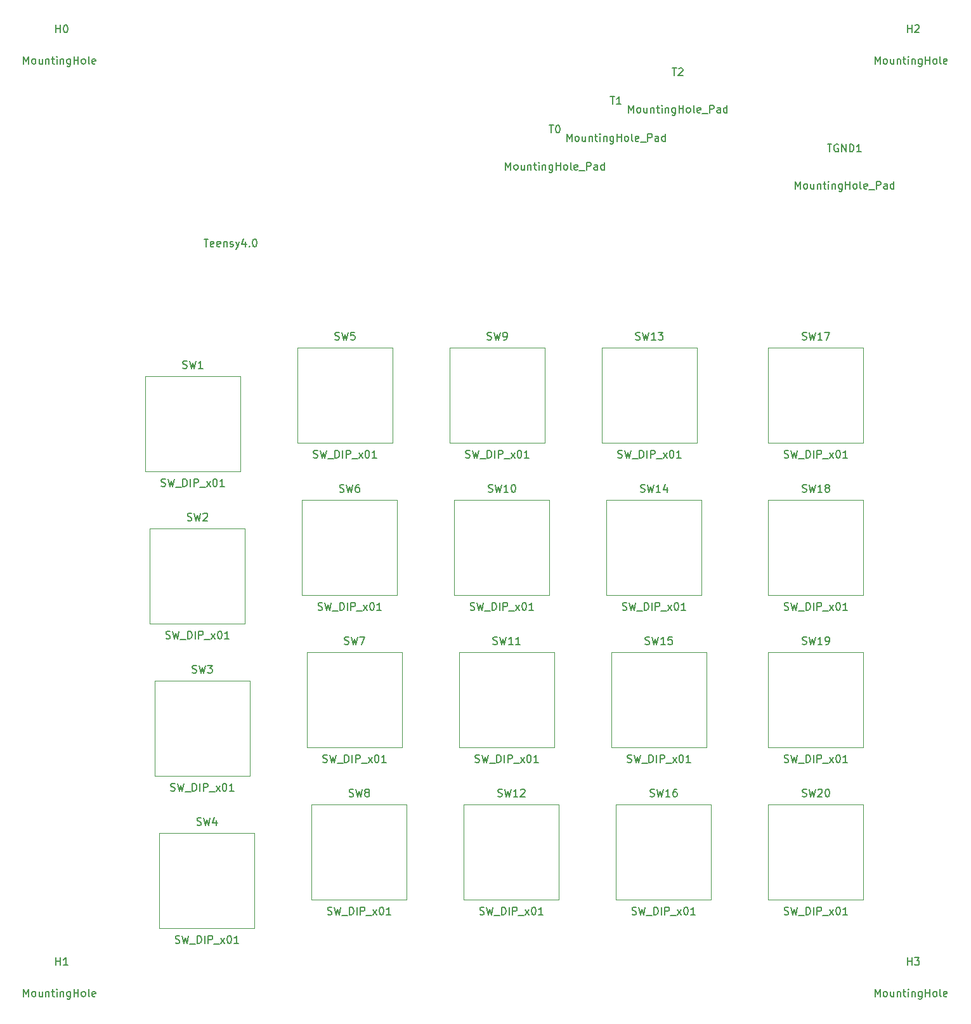
<source format=gbr>
G04 #@! TF.GenerationSoftware,KiCad,Pcbnew,(5.1.10)-1*
G04 #@! TF.CreationDate,2021-09-13T16:17:20-07:00*
G04 #@! TF.ProjectId,keyboard_pcb,6b657962-6f61-4726-945f-7063622e6b69,v0.1*
G04 #@! TF.SameCoordinates,Original*
G04 #@! TF.FileFunction,Other,Fab,Top*
%FSLAX46Y46*%
G04 Gerber Fmt 4.6, Leading zero omitted, Abs format (unit mm)*
G04 Created by KiCad (PCBNEW (5.1.10)-1) date 2021-09-13 16:17:20*
%MOMM*%
%LPD*%
G01*
G04 APERTURE LIST*
%ADD10C,0.100000*%
%ADD11C,0.150000*%
G04 APERTURE END LIST*
D10*
X142875000Y-144780000D02*
X155575000Y-144780000D01*
X155575000Y-144780000D02*
X155575000Y-157480000D01*
X155575000Y-157480000D02*
X142875000Y-157480000D01*
X142875000Y-157480000D02*
X142875000Y-144780000D01*
X142875000Y-124460000D02*
X155575000Y-124460000D01*
X155575000Y-124460000D02*
X155575000Y-137160000D01*
X155575000Y-137160000D02*
X142875000Y-137160000D01*
X142875000Y-137160000D02*
X142875000Y-124460000D01*
X142875000Y-104140000D02*
X155575000Y-104140000D01*
X155575000Y-104140000D02*
X155575000Y-116840000D01*
X155575000Y-116840000D02*
X142875000Y-116840000D01*
X142875000Y-116840000D02*
X142875000Y-104140000D01*
X142875000Y-83820000D02*
X155575000Y-83820000D01*
X155575000Y-83820000D02*
X155575000Y-96520000D01*
X155575000Y-96520000D02*
X142875000Y-96520000D01*
X142875000Y-96520000D02*
X142875000Y-83820000D01*
X122555000Y-144780000D02*
X135255000Y-144780000D01*
X135255000Y-144780000D02*
X135255000Y-157480000D01*
X135255000Y-157480000D02*
X122555000Y-157480000D01*
X122555000Y-157480000D02*
X122555000Y-144780000D01*
X121920000Y-124460000D02*
X134620000Y-124460000D01*
X134620000Y-124460000D02*
X134620000Y-137160000D01*
X134620000Y-137160000D02*
X121920000Y-137160000D01*
X121920000Y-137160000D02*
X121920000Y-124460000D01*
X121285000Y-104140000D02*
X133985000Y-104140000D01*
X133985000Y-104140000D02*
X133985000Y-116840000D01*
X133985000Y-116840000D02*
X121285000Y-116840000D01*
X121285000Y-116840000D02*
X121285000Y-104140000D01*
X120650000Y-83820000D02*
X133350000Y-83820000D01*
X133350000Y-83820000D02*
X133350000Y-96520000D01*
X133350000Y-96520000D02*
X120650000Y-96520000D01*
X120650000Y-96520000D02*
X120650000Y-83820000D01*
X102235000Y-144780000D02*
X114935000Y-144780000D01*
X114935000Y-144780000D02*
X114935000Y-157480000D01*
X114935000Y-157480000D02*
X102235000Y-157480000D01*
X102235000Y-157480000D02*
X102235000Y-144780000D01*
X101600000Y-124460000D02*
X114300000Y-124460000D01*
X114300000Y-124460000D02*
X114300000Y-137160000D01*
X114300000Y-137160000D02*
X101600000Y-137160000D01*
X101600000Y-137160000D02*
X101600000Y-124460000D01*
X100965000Y-104140000D02*
X113665000Y-104140000D01*
X113665000Y-104140000D02*
X113665000Y-116840000D01*
X113665000Y-116840000D02*
X100965000Y-116840000D01*
X100965000Y-116840000D02*
X100965000Y-104140000D01*
X100330000Y-83820000D02*
X113030000Y-83820000D01*
X113030000Y-83820000D02*
X113030000Y-96520000D01*
X113030000Y-96520000D02*
X100330000Y-96520000D01*
X100330000Y-96520000D02*
X100330000Y-83820000D01*
X81915000Y-144780000D02*
X94615000Y-144780000D01*
X94615000Y-144780000D02*
X94615000Y-157480000D01*
X94615000Y-157480000D02*
X81915000Y-157480000D01*
X81915000Y-157480000D02*
X81915000Y-144780000D01*
X81280000Y-124460000D02*
X93980000Y-124460000D01*
X93980000Y-124460000D02*
X93980000Y-137160000D01*
X93980000Y-137160000D02*
X81280000Y-137160000D01*
X81280000Y-137160000D02*
X81280000Y-124460000D01*
X80645000Y-104140000D02*
X93345000Y-104140000D01*
X93345000Y-104140000D02*
X93345000Y-116840000D01*
X93345000Y-116840000D02*
X80645000Y-116840000D01*
X80645000Y-116840000D02*
X80645000Y-104140000D01*
X80010000Y-83820000D02*
X92710000Y-83820000D01*
X92710000Y-83820000D02*
X92710000Y-96520000D01*
X92710000Y-96520000D02*
X80010000Y-96520000D01*
X80010000Y-96520000D02*
X80010000Y-83820000D01*
X61595000Y-148590000D02*
X74295000Y-148590000D01*
X74295000Y-148590000D02*
X74295000Y-161290000D01*
X74295000Y-161290000D02*
X61595000Y-161290000D01*
X61595000Y-161290000D02*
X61595000Y-148590000D01*
X60960000Y-128270000D02*
X73660000Y-128270000D01*
X73660000Y-128270000D02*
X73660000Y-140970000D01*
X73660000Y-140970000D02*
X60960000Y-140970000D01*
X60960000Y-140970000D02*
X60960000Y-128270000D01*
X60325000Y-107950000D02*
X73025000Y-107950000D01*
X73025000Y-107950000D02*
X73025000Y-120650000D01*
X73025000Y-120650000D02*
X60325000Y-120650000D01*
X60325000Y-120650000D02*
X60325000Y-107950000D01*
X59690000Y-87630000D02*
X72390000Y-87630000D01*
X72390000Y-87630000D02*
X72390000Y-100330000D01*
X72390000Y-100330000D02*
X59690000Y-100330000D01*
X59690000Y-100330000D02*
X59690000Y-87630000D01*
D11*
X146493571Y-62592380D02*
X146493571Y-61592380D01*
X146826904Y-62306666D01*
X147160238Y-61592380D01*
X147160238Y-62592380D01*
X147779285Y-62592380D02*
X147684047Y-62544761D01*
X147636428Y-62497142D01*
X147588809Y-62401904D01*
X147588809Y-62116190D01*
X147636428Y-62020952D01*
X147684047Y-61973333D01*
X147779285Y-61925714D01*
X147922142Y-61925714D01*
X148017380Y-61973333D01*
X148065000Y-62020952D01*
X148112619Y-62116190D01*
X148112619Y-62401904D01*
X148065000Y-62497142D01*
X148017380Y-62544761D01*
X147922142Y-62592380D01*
X147779285Y-62592380D01*
X148969761Y-61925714D02*
X148969761Y-62592380D01*
X148541190Y-61925714D02*
X148541190Y-62449523D01*
X148588809Y-62544761D01*
X148684047Y-62592380D01*
X148826904Y-62592380D01*
X148922142Y-62544761D01*
X148969761Y-62497142D01*
X149445952Y-61925714D02*
X149445952Y-62592380D01*
X149445952Y-62020952D02*
X149493571Y-61973333D01*
X149588809Y-61925714D01*
X149731666Y-61925714D01*
X149826904Y-61973333D01*
X149874523Y-62068571D01*
X149874523Y-62592380D01*
X150207857Y-61925714D02*
X150588809Y-61925714D01*
X150350714Y-61592380D02*
X150350714Y-62449523D01*
X150398333Y-62544761D01*
X150493571Y-62592380D01*
X150588809Y-62592380D01*
X150922142Y-62592380D02*
X150922142Y-61925714D01*
X150922142Y-61592380D02*
X150874523Y-61640000D01*
X150922142Y-61687619D01*
X150969761Y-61640000D01*
X150922142Y-61592380D01*
X150922142Y-61687619D01*
X151398333Y-61925714D02*
X151398333Y-62592380D01*
X151398333Y-62020952D02*
X151445952Y-61973333D01*
X151541190Y-61925714D01*
X151684047Y-61925714D01*
X151779285Y-61973333D01*
X151826904Y-62068571D01*
X151826904Y-62592380D01*
X152731666Y-61925714D02*
X152731666Y-62735238D01*
X152684047Y-62830476D01*
X152636428Y-62878095D01*
X152541190Y-62925714D01*
X152398333Y-62925714D01*
X152303095Y-62878095D01*
X152731666Y-62544761D02*
X152636428Y-62592380D01*
X152445952Y-62592380D01*
X152350714Y-62544761D01*
X152303095Y-62497142D01*
X152255476Y-62401904D01*
X152255476Y-62116190D01*
X152303095Y-62020952D01*
X152350714Y-61973333D01*
X152445952Y-61925714D01*
X152636428Y-61925714D01*
X152731666Y-61973333D01*
X153207857Y-62592380D02*
X153207857Y-61592380D01*
X153207857Y-62068571D02*
X153779285Y-62068571D01*
X153779285Y-62592380D02*
X153779285Y-61592380D01*
X154398333Y-62592380D02*
X154303095Y-62544761D01*
X154255476Y-62497142D01*
X154207857Y-62401904D01*
X154207857Y-62116190D01*
X154255476Y-62020952D01*
X154303095Y-61973333D01*
X154398333Y-61925714D01*
X154541190Y-61925714D01*
X154636428Y-61973333D01*
X154684047Y-62020952D01*
X154731666Y-62116190D01*
X154731666Y-62401904D01*
X154684047Y-62497142D01*
X154636428Y-62544761D01*
X154541190Y-62592380D01*
X154398333Y-62592380D01*
X155303095Y-62592380D02*
X155207857Y-62544761D01*
X155160238Y-62449523D01*
X155160238Y-61592380D01*
X156065000Y-62544761D02*
X155969761Y-62592380D01*
X155779285Y-62592380D01*
X155684047Y-62544761D01*
X155636428Y-62449523D01*
X155636428Y-62068571D01*
X155684047Y-61973333D01*
X155779285Y-61925714D01*
X155969761Y-61925714D01*
X156065000Y-61973333D01*
X156112619Y-62068571D01*
X156112619Y-62163809D01*
X155636428Y-62259047D01*
X156303095Y-62687619D02*
X157065000Y-62687619D01*
X157303095Y-62592380D02*
X157303095Y-61592380D01*
X157684047Y-61592380D01*
X157779285Y-61640000D01*
X157826904Y-61687619D01*
X157874523Y-61782857D01*
X157874523Y-61925714D01*
X157826904Y-62020952D01*
X157779285Y-62068571D01*
X157684047Y-62116190D01*
X157303095Y-62116190D01*
X158731666Y-62592380D02*
X158731666Y-62068571D01*
X158684047Y-61973333D01*
X158588809Y-61925714D01*
X158398333Y-61925714D01*
X158303095Y-61973333D01*
X158731666Y-62544761D02*
X158636428Y-62592380D01*
X158398333Y-62592380D01*
X158303095Y-62544761D01*
X158255476Y-62449523D01*
X158255476Y-62354285D01*
X158303095Y-62259047D01*
X158398333Y-62211428D01*
X158636428Y-62211428D01*
X158731666Y-62163809D01*
X159636428Y-62592380D02*
X159636428Y-61592380D01*
X159636428Y-62544761D02*
X159541190Y-62592380D01*
X159350714Y-62592380D01*
X159255476Y-62544761D01*
X159207857Y-62497142D01*
X159160238Y-62401904D01*
X159160238Y-62116190D01*
X159207857Y-62020952D01*
X159255476Y-61973333D01*
X159350714Y-61925714D01*
X159541190Y-61925714D01*
X159636428Y-61973333D01*
X150779285Y-56642380D02*
X151350714Y-56642380D01*
X151065000Y-57642380D02*
X151065000Y-56642380D01*
X152207857Y-56690000D02*
X152112619Y-56642380D01*
X151969761Y-56642380D01*
X151826904Y-56690000D01*
X151731666Y-56785238D01*
X151684047Y-56880476D01*
X151636428Y-57070952D01*
X151636428Y-57213809D01*
X151684047Y-57404285D01*
X151731666Y-57499523D01*
X151826904Y-57594761D01*
X151969761Y-57642380D01*
X152065000Y-57642380D01*
X152207857Y-57594761D01*
X152255476Y-57547142D01*
X152255476Y-57213809D01*
X152065000Y-57213809D01*
X152684047Y-57642380D02*
X152684047Y-56642380D01*
X153255476Y-57642380D01*
X153255476Y-56642380D01*
X153731666Y-57642380D02*
X153731666Y-56642380D01*
X153969761Y-56642380D01*
X154112619Y-56690000D01*
X154207857Y-56785238D01*
X154255476Y-56880476D01*
X154303095Y-57070952D01*
X154303095Y-57213809D01*
X154255476Y-57404285D01*
X154207857Y-57499523D01*
X154112619Y-57594761D01*
X153969761Y-57642380D01*
X153731666Y-57642380D01*
X155255476Y-57642380D02*
X154684047Y-57642380D01*
X154969761Y-57642380D02*
X154969761Y-56642380D01*
X154874523Y-56785238D01*
X154779285Y-56880476D01*
X154684047Y-56928095D01*
X124238571Y-52432380D02*
X124238571Y-51432380D01*
X124571904Y-52146666D01*
X124905238Y-51432380D01*
X124905238Y-52432380D01*
X125524285Y-52432380D02*
X125429047Y-52384761D01*
X125381428Y-52337142D01*
X125333809Y-52241904D01*
X125333809Y-51956190D01*
X125381428Y-51860952D01*
X125429047Y-51813333D01*
X125524285Y-51765714D01*
X125667142Y-51765714D01*
X125762380Y-51813333D01*
X125810000Y-51860952D01*
X125857619Y-51956190D01*
X125857619Y-52241904D01*
X125810000Y-52337142D01*
X125762380Y-52384761D01*
X125667142Y-52432380D01*
X125524285Y-52432380D01*
X126714761Y-51765714D02*
X126714761Y-52432380D01*
X126286190Y-51765714D02*
X126286190Y-52289523D01*
X126333809Y-52384761D01*
X126429047Y-52432380D01*
X126571904Y-52432380D01*
X126667142Y-52384761D01*
X126714761Y-52337142D01*
X127190952Y-51765714D02*
X127190952Y-52432380D01*
X127190952Y-51860952D02*
X127238571Y-51813333D01*
X127333809Y-51765714D01*
X127476666Y-51765714D01*
X127571904Y-51813333D01*
X127619523Y-51908571D01*
X127619523Y-52432380D01*
X127952857Y-51765714D02*
X128333809Y-51765714D01*
X128095714Y-51432380D02*
X128095714Y-52289523D01*
X128143333Y-52384761D01*
X128238571Y-52432380D01*
X128333809Y-52432380D01*
X128667142Y-52432380D02*
X128667142Y-51765714D01*
X128667142Y-51432380D02*
X128619523Y-51480000D01*
X128667142Y-51527619D01*
X128714761Y-51480000D01*
X128667142Y-51432380D01*
X128667142Y-51527619D01*
X129143333Y-51765714D02*
X129143333Y-52432380D01*
X129143333Y-51860952D02*
X129190952Y-51813333D01*
X129286190Y-51765714D01*
X129429047Y-51765714D01*
X129524285Y-51813333D01*
X129571904Y-51908571D01*
X129571904Y-52432380D01*
X130476666Y-51765714D02*
X130476666Y-52575238D01*
X130429047Y-52670476D01*
X130381428Y-52718095D01*
X130286190Y-52765714D01*
X130143333Y-52765714D01*
X130048095Y-52718095D01*
X130476666Y-52384761D02*
X130381428Y-52432380D01*
X130190952Y-52432380D01*
X130095714Y-52384761D01*
X130048095Y-52337142D01*
X130000476Y-52241904D01*
X130000476Y-51956190D01*
X130048095Y-51860952D01*
X130095714Y-51813333D01*
X130190952Y-51765714D01*
X130381428Y-51765714D01*
X130476666Y-51813333D01*
X130952857Y-52432380D02*
X130952857Y-51432380D01*
X130952857Y-51908571D02*
X131524285Y-51908571D01*
X131524285Y-52432380D02*
X131524285Y-51432380D01*
X132143333Y-52432380D02*
X132048095Y-52384761D01*
X132000476Y-52337142D01*
X131952857Y-52241904D01*
X131952857Y-51956190D01*
X132000476Y-51860952D01*
X132048095Y-51813333D01*
X132143333Y-51765714D01*
X132286190Y-51765714D01*
X132381428Y-51813333D01*
X132429047Y-51860952D01*
X132476666Y-51956190D01*
X132476666Y-52241904D01*
X132429047Y-52337142D01*
X132381428Y-52384761D01*
X132286190Y-52432380D01*
X132143333Y-52432380D01*
X133048095Y-52432380D02*
X132952857Y-52384761D01*
X132905238Y-52289523D01*
X132905238Y-51432380D01*
X133810000Y-52384761D02*
X133714761Y-52432380D01*
X133524285Y-52432380D01*
X133429047Y-52384761D01*
X133381428Y-52289523D01*
X133381428Y-51908571D01*
X133429047Y-51813333D01*
X133524285Y-51765714D01*
X133714761Y-51765714D01*
X133810000Y-51813333D01*
X133857619Y-51908571D01*
X133857619Y-52003809D01*
X133381428Y-52099047D01*
X134048095Y-52527619D02*
X134810000Y-52527619D01*
X135048095Y-52432380D02*
X135048095Y-51432380D01*
X135429047Y-51432380D01*
X135524285Y-51480000D01*
X135571904Y-51527619D01*
X135619523Y-51622857D01*
X135619523Y-51765714D01*
X135571904Y-51860952D01*
X135524285Y-51908571D01*
X135429047Y-51956190D01*
X135048095Y-51956190D01*
X136476666Y-52432380D02*
X136476666Y-51908571D01*
X136429047Y-51813333D01*
X136333809Y-51765714D01*
X136143333Y-51765714D01*
X136048095Y-51813333D01*
X136476666Y-52384761D02*
X136381428Y-52432380D01*
X136143333Y-52432380D01*
X136048095Y-52384761D01*
X136000476Y-52289523D01*
X136000476Y-52194285D01*
X136048095Y-52099047D01*
X136143333Y-52051428D01*
X136381428Y-52051428D01*
X136476666Y-52003809D01*
X137381428Y-52432380D02*
X137381428Y-51432380D01*
X137381428Y-52384761D02*
X137286190Y-52432380D01*
X137095714Y-52432380D01*
X137000476Y-52384761D01*
X136952857Y-52337142D01*
X136905238Y-52241904D01*
X136905238Y-51956190D01*
X136952857Y-51860952D01*
X137000476Y-51813333D01*
X137095714Y-51765714D01*
X137286190Y-51765714D01*
X137381428Y-51813333D01*
X130048095Y-46482380D02*
X130619523Y-46482380D01*
X130333809Y-47482380D02*
X130333809Y-46482380D01*
X130905238Y-46577619D02*
X130952857Y-46530000D01*
X131048095Y-46482380D01*
X131286190Y-46482380D01*
X131381428Y-46530000D01*
X131429047Y-46577619D01*
X131476666Y-46672857D01*
X131476666Y-46768095D01*
X131429047Y-46910952D01*
X130857619Y-47482380D01*
X131476666Y-47482380D01*
X115983571Y-56242380D02*
X115983571Y-55242380D01*
X116316904Y-55956666D01*
X116650238Y-55242380D01*
X116650238Y-56242380D01*
X117269285Y-56242380D02*
X117174047Y-56194761D01*
X117126428Y-56147142D01*
X117078809Y-56051904D01*
X117078809Y-55766190D01*
X117126428Y-55670952D01*
X117174047Y-55623333D01*
X117269285Y-55575714D01*
X117412142Y-55575714D01*
X117507380Y-55623333D01*
X117555000Y-55670952D01*
X117602619Y-55766190D01*
X117602619Y-56051904D01*
X117555000Y-56147142D01*
X117507380Y-56194761D01*
X117412142Y-56242380D01*
X117269285Y-56242380D01*
X118459761Y-55575714D02*
X118459761Y-56242380D01*
X118031190Y-55575714D02*
X118031190Y-56099523D01*
X118078809Y-56194761D01*
X118174047Y-56242380D01*
X118316904Y-56242380D01*
X118412142Y-56194761D01*
X118459761Y-56147142D01*
X118935952Y-55575714D02*
X118935952Y-56242380D01*
X118935952Y-55670952D02*
X118983571Y-55623333D01*
X119078809Y-55575714D01*
X119221666Y-55575714D01*
X119316904Y-55623333D01*
X119364523Y-55718571D01*
X119364523Y-56242380D01*
X119697857Y-55575714D02*
X120078809Y-55575714D01*
X119840714Y-55242380D02*
X119840714Y-56099523D01*
X119888333Y-56194761D01*
X119983571Y-56242380D01*
X120078809Y-56242380D01*
X120412142Y-56242380D02*
X120412142Y-55575714D01*
X120412142Y-55242380D02*
X120364523Y-55290000D01*
X120412142Y-55337619D01*
X120459761Y-55290000D01*
X120412142Y-55242380D01*
X120412142Y-55337619D01*
X120888333Y-55575714D02*
X120888333Y-56242380D01*
X120888333Y-55670952D02*
X120935952Y-55623333D01*
X121031190Y-55575714D01*
X121174047Y-55575714D01*
X121269285Y-55623333D01*
X121316904Y-55718571D01*
X121316904Y-56242380D01*
X122221666Y-55575714D02*
X122221666Y-56385238D01*
X122174047Y-56480476D01*
X122126428Y-56528095D01*
X122031190Y-56575714D01*
X121888333Y-56575714D01*
X121793095Y-56528095D01*
X122221666Y-56194761D02*
X122126428Y-56242380D01*
X121935952Y-56242380D01*
X121840714Y-56194761D01*
X121793095Y-56147142D01*
X121745476Y-56051904D01*
X121745476Y-55766190D01*
X121793095Y-55670952D01*
X121840714Y-55623333D01*
X121935952Y-55575714D01*
X122126428Y-55575714D01*
X122221666Y-55623333D01*
X122697857Y-56242380D02*
X122697857Y-55242380D01*
X122697857Y-55718571D02*
X123269285Y-55718571D01*
X123269285Y-56242380D02*
X123269285Y-55242380D01*
X123888333Y-56242380D02*
X123793095Y-56194761D01*
X123745476Y-56147142D01*
X123697857Y-56051904D01*
X123697857Y-55766190D01*
X123745476Y-55670952D01*
X123793095Y-55623333D01*
X123888333Y-55575714D01*
X124031190Y-55575714D01*
X124126428Y-55623333D01*
X124174047Y-55670952D01*
X124221666Y-55766190D01*
X124221666Y-56051904D01*
X124174047Y-56147142D01*
X124126428Y-56194761D01*
X124031190Y-56242380D01*
X123888333Y-56242380D01*
X124793095Y-56242380D02*
X124697857Y-56194761D01*
X124650238Y-56099523D01*
X124650238Y-55242380D01*
X125555000Y-56194761D02*
X125459761Y-56242380D01*
X125269285Y-56242380D01*
X125174047Y-56194761D01*
X125126428Y-56099523D01*
X125126428Y-55718571D01*
X125174047Y-55623333D01*
X125269285Y-55575714D01*
X125459761Y-55575714D01*
X125555000Y-55623333D01*
X125602619Y-55718571D01*
X125602619Y-55813809D01*
X125126428Y-55909047D01*
X125793095Y-56337619D02*
X126555000Y-56337619D01*
X126793095Y-56242380D02*
X126793095Y-55242380D01*
X127174047Y-55242380D01*
X127269285Y-55290000D01*
X127316904Y-55337619D01*
X127364523Y-55432857D01*
X127364523Y-55575714D01*
X127316904Y-55670952D01*
X127269285Y-55718571D01*
X127174047Y-55766190D01*
X126793095Y-55766190D01*
X128221666Y-56242380D02*
X128221666Y-55718571D01*
X128174047Y-55623333D01*
X128078809Y-55575714D01*
X127888333Y-55575714D01*
X127793095Y-55623333D01*
X128221666Y-56194761D02*
X128126428Y-56242380D01*
X127888333Y-56242380D01*
X127793095Y-56194761D01*
X127745476Y-56099523D01*
X127745476Y-56004285D01*
X127793095Y-55909047D01*
X127888333Y-55861428D01*
X128126428Y-55861428D01*
X128221666Y-55813809D01*
X129126428Y-56242380D02*
X129126428Y-55242380D01*
X129126428Y-56194761D02*
X129031190Y-56242380D01*
X128840714Y-56242380D01*
X128745476Y-56194761D01*
X128697857Y-56147142D01*
X128650238Y-56051904D01*
X128650238Y-55766190D01*
X128697857Y-55670952D01*
X128745476Y-55623333D01*
X128840714Y-55575714D01*
X129031190Y-55575714D01*
X129126428Y-55623333D01*
X121793095Y-50292380D02*
X122364523Y-50292380D01*
X122078809Y-51292380D02*
X122078809Y-50292380D01*
X123221666Y-51292380D02*
X122650238Y-51292380D01*
X122935952Y-51292380D02*
X122935952Y-50292380D01*
X122840714Y-50435238D01*
X122745476Y-50530476D01*
X122650238Y-50578095D01*
X107831845Y-60052380D02*
X107831845Y-59052380D01*
X108165178Y-59766666D01*
X108498512Y-59052380D01*
X108498512Y-60052380D01*
X109117559Y-60052380D02*
X109022321Y-60004761D01*
X108974702Y-59957142D01*
X108927083Y-59861904D01*
X108927083Y-59576190D01*
X108974702Y-59480952D01*
X109022321Y-59433333D01*
X109117559Y-59385714D01*
X109260416Y-59385714D01*
X109355654Y-59433333D01*
X109403274Y-59480952D01*
X109450893Y-59576190D01*
X109450893Y-59861904D01*
X109403274Y-59957142D01*
X109355654Y-60004761D01*
X109260416Y-60052380D01*
X109117559Y-60052380D01*
X110308035Y-59385714D02*
X110308035Y-60052380D01*
X109879464Y-59385714D02*
X109879464Y-59909523D01*
X109927083Y-60004761D01*
X110022321Y-60052380D01*
X110165178Y-60052380D01*
X110260416Y-60004761D01*
X110308035Y-59957142D01*
X110784226Y-59385714D02*
X110784226Y-60052380D01*
X110784226Y-59480952D02*
X110831845Y-59433333D01*
X110927083Y-59385714D01*
X111069940Y-59385714D01*
X111165178Y-59433333D01*
X111212797Y-59528571D01*
X111212797Y-60052380D01*
X111546131Y-59385714D02*
X111927083Y-59385714D01*
X111688988Y-59052380D02*
X111688988Y-59909523D01*
X111736607Y-60004761D01*
X111831845Y-60052380D01*
X111927083Y-60052380D01*
X112260416Y-60052380D02*
X112260416Y-59385714D01*
X112260416Y-59052380D02*
X112212797Y-59100000D01*
X112260416Y-59147619D01*
X112308035Y-59100000D01*
X112260416Y-59052380D01*
X112260416Y-59147619D01*
X112736607Y-59385714D02*
X112736607Y-60052380D01*
X112736607Y-59480952D02*
X112784226Y-59433333D01*
X112879464Y-59385714D01*
X113022321Y-59385714D01*
X113117559Y-59433333D01*
X113165178Y-59528571D01*
X113165178Y-60052380D01*
X114069940Y-59385714D02*
X114069940Y-60195238D01*
X114022321Y-60290476D01*
X113974702Y-60338095D01*
X113879464Y-60385714D01*
X113736607Y-60385714D01*
X113641369Y-60338095D01*
X114069940Y-60004761D02*
X113974702Y-60052380D01*
X113784226Y-60052380D01*
X113688988Y-60004761D01*
X113641369Y-59957142D01*
X113593750Y-59861904D01*
X113593750Y-59576190D01*
X113641369Y-59480952D01*
X113688988Y-59433333D01*
X113784226Y-59385714D01*
X113974702Y-59385714D01*
X114069940Y-59433333D01*
X114546131Y-60052380D02*
X114546131Y-59052380D01*
X114546131Y-59528571D02*
X115117559Y-59528571D01*
X115117559Y-60052380D02*
X115117559Y-59052380D01*
X115736607Y-60052380D02*
X115641369Y-60004761D01*
X115593750Y-59957142D01*
X115546131Y-59861904D01*
X115546131Y-59576190D01*
X115593750Y-59480952D01*
X115641369Y-59433333D01*
X115736607Y-59385714D01*
X115879464Y-59385714D01*
X115974702Y-59433333D01*
X116022321Y-59480952D01*
X116069940Y-59576190D01*
X116069940Y-59861904D01*
X116022321Y-59957142D01*
X115974702Y-60004761D01*
X115879464Y-60052380D01*
X115736607Y-60052380D01*
X116641369Y-60052380D02*
X116546131Y-60004761D01*
X116498512Y-59909523D01*
X116498512Y-59052380D01*
X117403274Y-60004761D02*
X117308035Y-60052380D01*
X117117559Y-60052380D01*
X117022321Y-60004761D01*
X116974702Y-59909523D01*
X116974702Y-59528571D01*
X117022321Y-59433333D01*
X117117559Y-59385714D01*
X117308035Y-59385714D01*
X117403274Y-59433333D01*
X117450893Y-59528571D01*
X117450893Y-59623809D01*
X116974702Y-59719047D01*
X117641369Y-60147619D02*
X118403274Y-60147619D01*
X118641369Y-60052380D02*
X118641369Y-59052380D01*
X119022321Y-59052380D01*
X119117559Y-59100000D01*
X119165178Y-59147619D01*
X119212797Y-59242857D01*
X119212797Y-59385714D01*
X119165178Y-59480952D01*
X119117559Y-59528571D01*
X119022321Y-59576190D01*
X118641369Y-59576190D01*
X120069940Y-60052380D02*
X120069940Y-59528571D01*
X120022321Y-59433333D01*
X119927083Y-59385714D01*
X119736607Y-59385714D01*
X119641369Y-59433333D01*
X120069940Y-60004761D02*
X119974702Y-60052380D01*
X119736607Y-60052380D01*
X119641369Y-60004761D01*
X119593750Y-59909523D01*
X119593750Y-59814285D01*
X119641369Y-59719047D01*
X119736607Y-59671428D01*
X119974702Y-59671428D01*
X120069940Y-59623809D01*
X120974702Y-60052380D02*
X120974702Y-59052380D01*
X120974702Y-60004761D02*
X120879464Y-60052380D01*
X120688988Y-60052380D01*
X120593750Y-60004761D01*
X120546131Y-59957142D01*
X120498512Y-59861904D01*
X120498512Y-59576190D01*
X120546131Y-59480952D01*
X120593750Y-59433333D01*
X120688988Y-59385714D01*
X120879464Y-59385714D01*
X120974702Y-59433333D01*
X113641369Y-54102380D02*
X114212797Y-54102380D01*
X113927083Y-55102380D02*
X113927083Y-54102380D01*
X114736607Y-54102380D02*
X114831845Y-54102380D01*
X114927083Y-54150000D01*
X114974702Y-54197619D01*
X115022321Y-54292857D01*
X115069940Y-54483333D01*
X115069940Y-54721428D01*
X115022321Y-54911904D01*
X114974702Y-55007142D01*
X114927083Y-55054761D01*
X114831845Y-55102380D01*
X114736607Y-55102380D01*
X114641369Y-55054761D01*
X114593750Y-55007142D01*
X114546131Y-54911904D01*
X114498512Y-54721428D01*
X114498512Y-54483333D01*
X114546131Y-54292857D01*
X114593750Y-54197619D01*
X114641369Y-54150000D01*
X114736607Y-54102380D01*
X157139285Y-170387380D02*
X157139285Y-169387380D01*
X157472619Y-170101666D01*
X157805952Y-169387380D01*
X157805952Y-170387380D01*
X158425000Y-170387380D02*
X158329761Y-170339761D01*
X158282142Y-170292142D01*
X158234523Y-170196904D01*
X158234523Y-169911190D01*
X158282142Y-169815952D01*
X158329761Y-169768333D01*
X158425000Y-169720714D01*
X158567857Y-169720714D01*
X158663095Y-169768333D01*
X158710714Y-169815952D01*
X158758333Y-169911190D01*
X158758333Y-170196904D01*
X158710714Y-170292142D01*
X158663095Y-170339761D01*
X158567857Y-170387380D01*
X158425000Y-170387380D01*
X159615476Y-169720714D02*
X159615476Y-170387380D01*
X159186904Y-169720714D02*
X159186904Y-170244523D01*
X159234523Y-170339761D01*
X159329761Y-170387380D01*
X159472619Y-170387380D01*
X159567857Y-170339761D01*
X159615476Y-170292142D01*
X160091666Y-169720714D02*
X160091666Y-170387380D01*
X160091666Y-169815952D02*
X160139285Y-169768333D01*
X160234523Y-169720714D01*
X160377380Y-169720714D01*
X160472619Y-169768333D01*
X160520238Y-169863571D01*
X160520238Y-170387380D01*
X160853571Y-169720714D02*
X161234523Y-169720714D01*
X160996428Y-169387380D02*
X160996428Y-170244523D01*
X161044047Y-170339761D01*
X161139285Y-170387380D01*
X161234523Y-170387380D01*
X161567857Y-170387380D02*
X161567857Y-169720714D01*
X161567857Y-169387380D02*
X161520238Y-169435000D01*
X161567857Y-169482619D01*
X161615476Y-169435000D01*
X161567857Y-169387380D01*
X161567857Y-169482619D01*
X162044047Y-169720714D02*
X162044047Y-170387380D01*
X162044047Y-169815952D02*
X162091666Y-169768333D01*
X162186904Y-169720714D01*
X162329761Y-169720714D01*
X162425000Y-169768333D01*
X162472619Y-169863571D01*
X162472619Y-170387380D01*
X163377380Y-169720714D02*
X163377380Y-170530238D01*
X163329761Y-170625476D01*
X163282142Y-170673095D01*
X163186904Y-170720714D01*
X163044047Y-170720714D01*
X162948809Y-170673095D01*
X163377380Y-170339761D02*
X163282142Y-170387380D01*
X163091666Y-170387380D01*
X162996428Y-170339761D01*
X162948809Y-170292142D01*
X162901190Y-170196904D01*
X162901190Y-169911190D01*
X162948809Y-169815952D01*
X162996428Y-169768333D01*
X163091666Y-169720714D01*
X163282142Y-169720714D01*
X163377380Y-169768333D01*
X163853571Y-170387380D02*
X163853571Y-169387380D01*
X163853571Y-169863571D02*
X164425000Y-169863571D01*
X164425000Y-170387380D02*
X164425000Y-169387380D01*
X165044047Y-170387380D02*
X164948809Y-170339761D01*
X164901190Y-170292142D01*
X164853571Y-170196904D01*
X164853571Y-169911190D01*
X164901190Y-169815952D01*
X164948809Y-169768333D01*
X165044047Y-169720714D01*
X165186904Y-169720714D01*
X165282142Y-169768333D01*
X165329761Y-169815952D01*
X165377380Y-169911190D01*
X165377380Y-170196904D01*
X165329761Y-170292142D01*
X165282142Y-170339761D01*
X165186904Y-170387380D01*
X165044047Y-170387380D01*
X165948809Y-170387380D02*
X165853571Y-170339761D01*
X165805952Y-170244523D01*
X165805952Y-169387380D01*
X166710714Y-170339761D02*
X166615476Y-170387380D01*
X166425000Y-170387380D01*
X166329761Y-170339761D01*
X166282142Y-170244523D01*
X166282142Y-169863571D01*
X166329761Y-169768333D01*
X166425000Y-169720714D01*
X166615476Y-169720714D01*
X166710714Y-169768333D01*
X166758333Y-169863571D01*
X166758333Y-169958809D01*
X166282142Y-170054047D01*
X161463095Y-166187380D02*
X161463095Y-165187380D01*
X161463095Y-165663571D02*
X162034523Y-165663571D01*
X162034523Y-166187380D02*
X162034523Y-165187380D01*
X162415476Y-165187380D02*
X163034523Y-165187380D01*
X162701190Y-165568333D01*
X162844047Y-165568333D01*
X162939285Y-165615952D01*
X162986904Y-165663571D01*
X163034523Y-165758809D01*
X163034523Y-165996904D01*
X162986904Y-166092142D01*
X162939285Y-166139761D01*
X162844047Y-166187380D01*
X162558333Y-166187380D01*
X162463095Y-166139761D01*
X162415476Y-166092142D01*
X157139285Y-45927380D02*
X157139285Y-44927380D01*
X157472619Y-45641666D01*
X157805952Y-44927380D01*
X157805952Y-45927380D01*
X158425000Y-45927380D02*
X158329761Y-45879761D01*
X158282142Y-45832142D01*
X158234523Y-45736904D01*
X158234523Y-45451190D01*
X158282142Y-45355952D01*
X158329761Y-45308333D01*
X158425000Y-45260714D01*
X158567857Y-45260714D01*
X158663095Y-45308333D01*
X158710714Y-45355952D01*
X158758333Y-45451190D01*
X158758333Y-45736904D01*
X158710714Y-45832142D01*
X158663095Y-45879761D01*
X158567857Y-45927380D01*
X158425000Y-45927380D01*
X159615476Y-45260714D02*
X159615476Y-45927380D01*
X159186904Y-45260714D02*
X159186904Y-45784523D01*
X159234523Y-45879761D01*
X159329761Y-45927380D01*
X159472619Y-45927380D01*
X159567857Y-45879761D01*
X159615476Y-45832142D01*
X160091666Y-45260714D02*
X160091666Y-45927380D01*
X160091666Y-45355952D02*
X160139285Y-45308333D01*
X160234523Y-45260714D01*
X160377380Y-45260714D01*
X160472619Y-45308333D01*
X160520238Y-45403571D01*
X160520238Y-45927380D01*
X160853571Y-45260714D02*
X161234523Y-45260714D01*
X160996428Y-44927380D02*
X160996428Y-45784523D01*
X161044047Y-45879761D01*
X161139285Y-45927380D01*
X161234523Y-45927380D01*
X161567857Y-45927380D02*
X161567857Y-45260714D01*
X161567857Y-44927380D02*
X161520238Y-44975000D01*
X161567857Y-45022619D01*
X161615476Y-44975000D01*
X161567857Y-44927380D01*
X161567857Y-45022619D01*
X162044047Y-45260714D02*
X162044047Y-45927380D01*
X162044047Y-45355952D02*
X162091666Y-45308333D01*
X162186904Y-45260714D01*
X162329761Y-45260714D01*
X162425000Y-45308333D01*
X162472619Y-45403571D01*
X162472619Y-45927380D01*
X163377380Y-45260714D02*
X163377380Y-46070238D01*
X163329761Y-46165476D01*
X163282142Y-46213095D01*
X163186904Y-46260714D01*
X163044047Y-46260714D01*
X162948809Y-46213095D01*
X163377380Y-45879761D02*
X163282142Y-45927380D01*
X163091666Y-45927380D01*
X162996428Y-45879761D01*
X162948809Y-45832142D01*
X162901190Y-45736904D01*
X162901190Y-45451190D01*
X162948809Y-45355952D01*
X162996428Y-45308333D01*
X163091666Y-45260714D01*
X163282142Y-45260714D01*
X163377380Y-45308333D01*
X163853571Y-45927380D02*
X163853571Y-44927380D01*
X163853571Y-45403571D02*
X164425000Y-45403571D01*
X164425000Y-45927380D02*
X164425000Y-44927380D01*
X165044047Y-45927380D02*
X164948809Y-45879761D01*
X164901190Y-45832142D01*
X164853571Y-45736904D01*
X164853571Y-45451190D01*
X164901190Y-45355952D01*
X164948809Y-45308333D01*
X165044047Y-45260714D01*
X165186904Y-45260714D01*
X165282142Y-45308333D01*
X165329761Y-45355952D01*
X165377380Y-45451190D01*
X165377380Y-45736904D01*
X165329761Y-45832142D01*
X165282142Y-45879761D01*
X165186904Y-45927380D01*
X165044047Y-45927380D01*
X165948809Y-45927380D02*
X165853571Y-45879761D01*
X165805952Y-45784523D01*
X165805952Y-44927380D01*
X166710714Y-45879761D02*
X166615476Y-45927380D01*
X166425000Y-45927380D01*
X166329761Y-45879761D01*
X166282142Y-45784523D01*
X166282142Y-45403571D01*
X166329761Y-45308333D01*
X166425000Y-45260714D01*
X166615476Y-45260714D01*
X166710714Y-45308333D01*
X166758333Y-45403571D01*
X166758333Y-45498809D01*
X166282142Y-45594047D01*
X161463095Y-41727380D02*
X161463095Y-40727380D01*
X161463095Y-41203571D02*
X162034523Y-41203571D01*
X162034523Y-41727380D02*
X162034523Y-40727380D01*
X162463095Y-40822619D02*
X162510714Y-40775000D01*
X162605952Y-40727380D01*
X162844047Y-40727380D01*
X162939285Y-40775000D01*
X162986904Y-40822619D01*
X163034523Y-40917857D01*
X163034523Y-41013095D01*
X162986904Y-41155952D01*
X162415476Y-41727380D01*
X163034523Y-41727380D01*
X43474285Y-170387380D02*
X43474285Y-169387380D01*
X43807619Y-170101666D01*
X44140952Y-169387380D01*
X44140952Y-170387380D01*
X44760000Y-170387380D02*
X44664761Y-170339761D01*
X44617142Y-170292142D01*
X44569523Y-170196904D01*
X44569523Y-169911190D01*
X44617142Y-169815952D01*
X44664761Y-169768333D01*
X44760000Y-169720714D01*
X44902857Y-169720714D01*
X44998095Y-169768333D01*
X45045714Y-169815952D01*
X45093333Y-169911190D01*
X45093333Y-170196904D01*
X45045714Y-170292142D01*
X44998095Y-170339761D01*
X44902857Y-170387380D01*
X44760000Y-170387380D01*
X45950476Y-169720714D02*
X45950476Y-170387380D01*
X45521904Y-169720714D02*
X45521904Y-170244523D01*
X45569523Y-170339761D01*
X45664761Y-170387380D01*
X45807619Y-170387380D01*
X45902857Y-170339761D01*
X45950476Y-170292142D01*
X46426666Y-169720714D02*
X46426666Y-170387380D01*
X46426666Y-169815952D02*
X46474285Y-169768333D01*
X46569523Y-169720714D01*
X46712380Y-169720714D01*
X46807619Y-169768333D01*
X46855238Y-169863571D01*
X46855238Y-170387380D01*
X47188571Y-169720714D02*
X47569523Y-169720714D01*
X47331428Y-169387380D02*
X47331428Y-170244523D01*
X47379047Y-170339761D01*
X47474285Y-170387380D01*
X47569523Y-170387380D01*
X47902857Y-170387380D02*
X47902857Y-169720714D01*
X47902857Y-169387380D02*
X47855238Y-169435000D01*
X47902857Y-169482619D01*
X47950476Y-169435000D01*
X47902857Y-169387380D01*
X47902857Y-169482619D01*
X48379047Y-169720714D02*
X48379047Y-170387380D01*
X48379047Y-169815952D02*
X48426666Y-169768333D01*
X48521904Y-169720714D01*
X48664761Y-169720714D01*
X48760000Y-169768333D01*
X48807619Y-169863571D01*
X48807619Y-170387380D01*
X49712380Y-169720714D02*
X49712380Y-170530238D01*
X49664761Y-170625476D01*
X49617142Y-170673095D01*
X49521904Y-170720714D01*
X49379047Y-170720714D01*
X49283809Y-170673095D01*
X49712380Y-170339761D02*
X49617142Y-170387380D01*
X49426666Y-170387380D01*
X49331428Y-170339761D01*
X49283809Y-170292142D01*
X49236190Y-170196904D01*
X49236190Y-169911190D01*
X49283809Y-169815952D01*
X49331428Y-169768333D01*
X49426666Y-169720714D01*
X49617142Y-169720714D01*
X49712380Y-169768333D01*
X50188571Y-170387380D02*
X50188571Y-169387380D01*
X50188571Y-169863571D02*
X50760000Y-169863571D01*
X50760000Y-170387380D02*
X50760000Y-169387380D01*
X51379047Y-170387380D02*
X51283809Y-170339761D01*
X51236190Y-170292142D01*
X51188571Y-170196904D01*
X51188571Y-169911190D01*
X51236190Y-169815952D01*
X51283809Y-169768333D01*
X51379047Y-169720714D01*
X51521904Y-169720714D01*
X51617142Y-169768333D01*
X51664761Y-169815952D01*
X51712380Y-169911190D01*
X51712380Y-170196904D01*
X51664761Y-170292142D01*
X51617142Y-170339761D01*
X51521904Y-170387380D01*
X51379047Y-170387380D01*
X52283809Y-170387380D02*
X52188571Y-170339761D01*
X52140952Y-170244523D01*
X52140952Y-169387380D01*
X53045714Y-170339761D02*
X52950476Y-170387380D01*
X52760000Y-170387380D01*
X52664761Y-170339761D01*
X52617142Y-170244523D01*
X52617142Y-169863571D01*
X52664761Y-169768333D01*
X52760000Y-169720714D01*
X52950476Y-169720714D01*
X53045714Y-169768333D01*
X53093333Y-169863571D01*
X53093333Y-169958809D01*
X52617142Y-170054047D01*
X47798095Y-166187380D02*
X47798095Y-165187380D01*
X47798095Y-165663571D02*
X48369523Y-165663571D01*
X48369523Y-166187380D02*
X48369523Y-165187380D01*
X49369523Y-166187380D02*
X48798095Y-166187380D01*
X49083809Y-166187380D02*
X49083809Y-165187380D01*
X48988571Y-165330238D01*
X48893333Y-165425476D01*
X48798095Y-165473095D01*
X43474285Y-45927380D02*
X43474285Y-44927380D01*
X43807619Y-45641666D01*
X44140952Y-44927380D01*
X44140952Y-45927380D01*
X44760000Y-45927380D02*
X44664761Y-45879761D01*
X44617142Y-45832142D01*
X44569523Y-45736904D01*
X44569523Y-45451190D01*
X44617142Y-45355952D01*
X44664761Y-45308333D01*
X44760000Y-45260714D01*
X44902857Y-45260714D01*
X44998095Y-45308333D01*
X45045714Y-45355952D01*
X45093333Y-45451190D01*
X45093333Y-45736904D01*
X45045714Y-45832142D01*
X44998095Y-45879761D01*
X44902857Y-45927380D01*
X44760000Y-45927380D01*
X45950476Y-45260714D02*
X45950476Y-45927380D01*
X45521904Y-45260714D02*
X45521904Y-45784523D01*
X45569523Y-45879761D01*
X45664761Y-45927380D01*
X45807619Y-45927380D01*
X45902857Y-45879761D01*
X45950476Y-45832142D01*
X46426666Y-45260714D02*
X46426666Y-45927380D01*
X46426666Y-45355952D02*
X46474285Y-45308333D01*
X46569523Y-45260714D01*
X46712380Y-45260714D01*
X46807619Y-45308333D01*
X46855238Y-45403571D01*
X46855238Y-45927380D01*
X47188571Y-45260714D02*
X47569523Y-45260714D01*
X47331428Y-44927380D02*
X47331428Y-45784523D01*
X47379047Y-45879761D01*
X47474285Y-45927380D01*
X47569523Y-45927380D01*
X47902857Y-45927380D02*
X47902857Y-45260714D01*
X47902857Y-44927380D02*
X47855238Y-44975000D01*
X47902857Y-45022619D01*
X47950476Y-44975000D01*
X47902857Y-44927380D01*
X47902857Y-45022619D01*
X48379047Y-45260714D02*
X48379047Y-45927380D01*
X48379047Y-45355952D02*
X48426666Y-45308333D01*
X48521904Y-45260714D01*
X48664761Y-45260714D01*
X48760000Y-45308333D01*
X48807619Y-45403571D01*
X48807619Y-45927380D01*
X49712380Y-45260714D02*
X49712380Y-46070238D01*
X49664761Y-46165476D01*
X49617142Y-46213095D01*
X49521904Y-46260714D01*
X49379047Y-46260714D01*
X49283809Y-46213095D01*
X49712380Y-45879761D02*
X49617142Y-45927380D01*
X49426666Y-45927380D01*
X49331428Y-45879761D01*
X49283809Y-45832142D01*
X49236190Y-45736904D01*
X49236190Y-45451190D01*
X49283809Y-45355952D01*
X49331428Y-45308333D01*
X49426666Y-45260714D01*
X49617142Y-45260714D01*
X49712380Y-45308333D01*
X50188571Y-45927380D02*
X50188571Y-44927380D01*
X50188571Y-45403571D02*
X50760000Y-45403571D01*
X50760000Y-45927380D02*
X50760000Y-44927380D01*
X51379047Y-45927380D02*
X51283809Y-45879761D01*
X51236190Y-45832142D01*
X51188571Y-45736904D01*
X51188571Y-45451190D01*
X51236190Y-45355952D01*
X51283809Y-45308333D01*
X51379047Y-45260714D01*
X51521904Y-45260714D01*
X51617142Y-45308333D01*
X51664761Y-45355952D01*
X51712380Y-45451190D01*
X51712380Y-45736904D01*
X51664761Y-45832142D01*
X51617142Y-45879761D01*
X51521904Y-45927380D01*
X51379047Y-45927380D01*
X52283809Y-45927380D02*
X52188571Y-45879761D01*
X52140952Y-45784523D01*
X52140952Y-44927380D01*
X53045714Y-45879761D02*
X52950476Y-45927380D01*
X52760000Y-45927380D01*
X52664761Y-45879761D01*
X52617142Y-45784523D01*
X52617142Y-45403571D01*
X52664761Y-45308333D01*
X52760000Y-45260714D01*
X52950476Y-45260714D01*
X53045714Y-45308333D01*
X53093333Y-45403571D01*
X53093333Y-45498809D01*
X52617142Y-45594047D01*
X47798095Y-41727380D02*
X47798095Y-40727380D01*
X47798095Y-41203571D02*
X48369523Y-41203571D01*
X48369523Y-41727380D02*
X48369523Y-40727380D01*
X49036190Y-40727380D02*
X49131428Y-40727380D01*
X49226666Y-40775000D01*
X49274285Y-40822619D01*
X49321904Y-40917857D01*
X49369523Y-41108333D01*
X49369523Y-41346428D01*
X49321904Y-41536904D01*
X49274285Y-41632142D01*
X49226666Y-41679761D01*
X49131428Y-41727380D01*
X49036190Y-41727380D01*
X48940952Y-41679761D01*
X48893333Y-41632142D01*
X48845714Y-41536904D01*
X48798095Y-41346428D01*
X48798095Y-41108333D01*
X48845714Y-40917857D01*
X48893333Y-40822619D01*
X48940952Y-40775000D01*
X49036190Y-40727380D01*
X67548571Y-69302380D02*
X68120000Y-69302380D01*
X67834285Y-70302380D02*
X67834285Y-69302380D01*
X68834285Y-70254761D02*
X68739047Y-70302380D01*
X68548571Y-70302380D01*
X68453333Y-70254761D01*
X68405714Y-70159523D01*
X68405714Y-69778571D01*
X68453333Y-69683333D01*
X68548571Y-69635714D01*
X68739047Y-69635714D01*
X68834285Y-69683333D01*
X68881904Y-69778571D01*
X68881904Y-69873809D01*
X68405714Y-69969047D01*
X69691428Y-70254761D02*
X69596190Y-70302380D01*
X69405714Y-70302380D01*
X69310476Y-70254761D01*
X69262857Y-70159523D01*
X69262857Y-69778571D01*
X69310476Y-69683333D01*
X69405714Y-69635714D01*
X69596190Y-69635714D01*
X69691428Y-69683333D01*
X69739047Y-69778571D01*
X69739047Y-69873809D01*
X69262857Y-69969047D01*
X70167619Y-69635714D02*
X70167619Y-70302380D01*
X70167619Y-69730952D02*
X70215238Y-69683333D01*
X70310476Y-69635714D01*
X70453333Y-69635714D01*
X70548571Y-69683333D01*
X70596190Y-69778571D01*
X70596190Y-70302380D01*
X71024761Y-70254761D02*
X71120000Y-70302380D01*
X71310476Y-70302380D01*
X71405714Y-70254761D01*
X71453333Y-70159523D01*
X71453333Y-70111904D01*
X71405714Y-70016666D01*
X71310476Y-69969047D01*
X71167619Y-69969047D01*
X71072380Y-69921428D01*
X71024761Y-69826190D01*
X71024761Y-69778571D01*
X71072380Y-69683333D01*
X71167619Y-69635714D01*
X71310476Y-69635714D01*
X71405714Y-69683333D01*
X71786666Y-69635714D02*
X72024761Y-70302380D01*
X72262857Y-69635714D02*
X72024761Y-70302380D01*
X71929523Y-70540476D01*
X71881904Y-70588095D01*
X71786666Y-70635714D01*
X73072380Y-69635714D02*
X73072380Y-70302380D01*
X72834285Y-69254761D02*
X72596190Y-69969047D01*
X73215238Y-69969047D01*
X73596190Y-70207142D02*
X73643809Y-70254761D01*
X73596190Y-70302380D01*
X73548571Y-70254761D01*
X73596190Y-70207142D01*
X73596190Y-70302380D01*
X74262857Y-69302380D02*
X74358095Y-69302380D01*
X74453333Y-69350000D01*
X74500952Y-69397619D01*
X74548571Y-69492857D01*
X74596190Y-69683333D01*
X74596190Y-69921428D01*
X74548571Y-70111904D01*
X74500952Y-70207142D01*
X74453333Y-70254761D01*
X74358095Y-70302380D01*
X74262857Y-70302380D01*
X74167619Y-70254761D01*
X74120000Y-70207142D01*
X74072380Y-70111904D01*
X74024761Y-69921428D01*
X74024761Y-69683333D01*
X74072380Y-69492857D01*
X74120000Y-69397619D01*
X74167619Y-69350000D01*
X74262857Y-69302380D01*
X145010714Y-159408761D02*
X145153571Y-159456380D01*
X145391666Y-159456380D01*
X145486904Y-159408761D01*
X145534523Y-159361142D01*
X145582142Y-159265904D01*
X145582142Y-159170666D01*
X145534523Y-159075428D01*
X145486904Y-159027809D01*
X145391666Y-158980190D01*
X145201190Y-158932571D01*
X145105952Y-158884952D01*
X145058333Y-158837333D01*
X145010714Y-158742095D01*
X145010714Y-158646857D01*
X145058333Y-158551619D01*
X145105952Y-158504000D01*
X145201190Y-158456380D01*
X145439285Y-158456380D01*
X145582142Y-158504000D01*
X145915476Y-158456380D02*
X146153571Y-159456380D01*
X146344047Y-158742095D01*
X146534523Y-159456380D01*
X146772619Y-158456380D01*
X146915476Y-159551619D02*
X147677380Y-159551619D01*
X147915476Y-159456380D02*
X147915476Y-158456380D01*
X148153571Y-158456380D01*
X148296428Y-158504000D01*
X148391666Y-158599238D01*
X148439285Y-158694476D01*
X148486904Y-158884952D01*
X148486904Y-159027809D01*
X148439285Y-159218285D01*
X148391666Y-159313523D01*
X148296428Y-159408761D01*
X148153571Y-159456380D01*
X147915476Y-159456380D01*
X148915476Y-159456380D02*
X148915476Y-158456380D01*
X149391666Y-159456380D02*
X149391666Y-158456380D01*
X149772619Y-158456380D01*
X149867857Y-158504000D01*
X149915476Y-158551619D01*
X149963095Y-158646857D01*
X149963095Y-158789714D01*
X149915476Y-158884952D01*
X149867857Y-158932571D01*
X149772619Y-158980190D01*
X149391666Y-158980190D01*
X150153571Y-159551619D02*
X150915476Y-159551619D01*
X151058333Y-159456380D02*
X151582142Y-158789714D01*
X151058333Y-158789714D02*
X151582142Y-159456380D01*
X152153571Y-158456380D02*
X152248809Y-158456380D01*
X152344047Y-158504000D01*
X152391666Y-158551619D01*
X152439285Y-158646857D01*
X152486904Y-158837333D01*
X152486904Y-159075428D01*
X152439285Y-159265904D01*
X152391666Y-159361142D01*
X152344047Y-159408761D01*
X152248809Y-159456380D01*
X152153571Y-159456380D01*
X152058333Y-159408761D01*
X152010714Y-159361142D01*
X151963095Y-159265904D01*
X151915476Y-159075428D01*
X151915476Y-158837333D01*
X151963095Y-158646857D01*
X152010714Y-158551619D01*
X152058333Y-158504000D01*
X152153571Y-158456380D01*
X153439285Y-159456380D02*
X152867857Y-159456380D01*
X153153571Y-159456380D02*
X153153571Y-158456380D01*
X153058333Y-158599238D01*
X152963095Y-158694476D01*
X152867857Y-158742095D01*
X147415476Y-143660761D02*
X147558333Y-143708380D01*
X147796428Y-143708380D01*
X147891666Y-143660761D01*
X147939285Y-143613142D01*
X147986904Y-143517904D01*
X147986904Y-143422666D01*
X147939285Y-143327428D01*
X147891666Y-143279809D01*
X147796428Y-143232190D01*
X147605952Y-143184571D01*
X147510714Y-143136952D01*
X147463095Y-143089333D01*
X147415476Y-142994095D01*
X147415476Y-142898857D01*
X147463095Y-142803619D01*
X147510714Y-142756000D01*
X147605952Y-142708380D01*
X147844047Y-142708380D01*
X147986904Y-142756000D01*
X148320238Y-142708380D02*
X148558333Y-143708380D01*
X148748809Y-142994095D01*
X148939285Y-143708380D01*
X149177380Y-142708380D01*
X149510714Y-142803619D02*
X149558333Y-142756000D01*
X149653571Y-142708380D01*
X149891666Y-142708380D01*
X149986904Y-142756000D01*
X150034523Y-142803619D01*
X150082142Y-142898857D01*
X150082142Y-142994095D01*
X150034523Y-143136952D01*
X149463095Y-143708380D01*
X150082142Y-143708380D01*
X150701190Y-142708380D02*
X150796428Y-142708380D01*
X150891666Y-142756000D01*
X150939285Y-142803619D01*
X150986904Y-142898857D01*
X151034523Y-143089333D01*
X151034523Y-143327428D01*
X150986904Y-143517904D01*
X150939285Y-143613142D01*
X150891666Y-143660761D01*
X150796428Y-143708380D01*
X150701190Y-143708380D01*
X150605952Y-143660761D01*
X150558333Y-143613142D01*
X150510714Y-143517904D01*
X150463095Y-143327428D01*
X150463095Y-143089333D01*
X150510714Y-142898857D01*
X150558333Y-142803619D01*
X150605952Y-142756000D01*
X150701190Y-142708380D01*
X145010714Y-139088761D02*
X145153571Y-139136380D01*
X145391666Y-139136380D01*
X145486904Y-139088761D01*
X145534523Y-139041142D01*
X145582142Y-138945904D01*
X145582142Y-138850666D01*
X145534523Y-138755428D01*
X145486904Y-138707809D01*
X145391666Y-138660190D01*
X145201190Y-138612571D01*
X145105952Y-138564952D01*
X145058333Y-138517333D01*
X145010714Y-138422095D01*
X145010714Y-138326857D01*
X145058333Y-138231619D01*
X145105952Y-138184000D01*
X145201190Y-138136380D01*
X145439285Y-138136380D01*
X145582142Y-138184000D01*
X145915476Y-138136380D02*
X146153571Y-139136380D01*
X146344047Y-138422095D01*
X146534523Y-139136380D01*
X146772619Y-138136380D01*
X146915476Y-139231619D02*
X147677380Y-139231619D01*
X147915476Y-139136380D02*
X147915476Y-138136380D01*
X148153571Y-138136380D01*
X148296428Y-138184000D01*
X148391666Y-138279238D01*
X148439285Y-138374476D01*
X148486904Y-138564952D01*
X148486904Y-138707809D01*
X148439285Y-138898285D01*
X148391666Y-138993523D01*
X148296428Y-139088761D01*
X148153571Y-139136380D01*
X147915476Y-139136380D01*
X148915476Y-139136380D02*
X148915476Y-138136380D01*
X149391666Y-139136380D02*
X149391666Y-138136380D01*
X149772619Y-138136380D01*
X149867857Y-138184000D01*
X149915476Y-138231619D01*
X149963095Y-138326857D01*
X149963095Y-138469714D01*
X149915476Y-138564952D01*
X149867857Y-138612571D01*
X149772619Y-138660190D01*
X149391666Y-138660190D01*
X150153571Y-139231619D02*
X150915476Y-139231619D01*
X151058333Y-139136380D02*
X151582142Y-138469714D01*
X151058333Y-138469714D02*
X151582142Y-139136380D01*
X152153571Y-138136380D02*
X152248809Y-138136380D01*
X152344047Y-138184000D01*
X152391666Y-138231619D01*
X152439285Y-138326857D01*
X152486904Y-138517333D01*
X152486904Y-138755428D01*
X152439285Y-138945904D01*
X152391666Y-139041142D01*
X152344047Y-139088761D01*
X152248809Y-139136380D01*
X152153571Y-139136380D01*
X152058333Y-139088761D01*
X152010714Y-139041142D01*
X151963095Y-138945904D01*
X151915476Y-138755428D01*
X151915476Y-138517333D01*
X151963095Y-138326857D01*
X152010714Y-138231619D01*
X152058333Y-138184000D01*
X152153571Y-138136380D01*
X153439285Y-139136380D02*
X152867857Y-139136380D01*
X153153571Y-139136380D02*
X153153571Y-138136380D01*
X153058333Y-138279238D01*
X152963095Y-138374476D01*
X152867857Y-138422095D01*
X147415476Y-123340761D02*
X147558333Y-123388380D01*
X147796428Y-123388380D01*
X147891666Y-123340761D01*
X147939285Y-123293142D01*
X147986904Y-123197904D01*
X147986904Y-123102666D01*
X147939285Y-123007428D01*
X147891666Y-122959809D01*
X147796428Y-122912190D01*
X147605952Y-122864571D01*
X147510714Y-122816952D01*
X147463095Y-122769333D01*
X147415476Y-122674095D01*
X147415476Y-122578857D01*
X147463095Y-122483619D01*
X147510714Y-122436000D01*
X147605952Y-122388380D01*
X147844047Y-122388380D01*
X147986904Y-122436000D01*
X148320238Y-122388380D02*
X148558333Y-123388380D01*
X148748809Y-122674095D01*
X148939285Y-123388380D01*
X149177380Y-122388380D01*
X150082142Y-123388380D02*
X149510714Y-123388380D01*
X149796428Y-123388380D02*
X149796428Y-122388380D01*
X149701190Y-122531238D01*
X149605952Y-122626476D01*
X149510714Y-122674095D01*
X150558333Y-123388380D02*
X150748809Y-123388380D01*
X150844047Y-123340761D01*
X150891666Y-123293142D01*
X150986904Y-123150285D01*
X151034523Y-122959809D01*
X151034523Y-122578857D01*
X150986904Y-122483619D01*
X150939285Y-122436000D01*
X150844047Y-122388380D01*
X150653571Y-122388380D01*
X150558333Y-122436000D01*
X150510714Y-122483619D01*
X150463095Y-122578857D01*
X150463095Y-122816952D01*
X150510714Y-122912190D01*
X150558333Y-122959809D01*
X150653571Y-123007428D01*
X150844047Y-123007428D01*
X150939285Y-122959809D01*
X150986904Y-122912190D01*
X151034523Y-122816952D01*
X145010714Y-118768761D02*
X145153571Y-118816380D01*
X145391666Y-118816380D01*
X145486904Y-118768761D01*
X145534523Y-118721142D01*
X145582142Y-118625904D01*
X145582142Y-118530666D01*
X145534523Y-118435428D01*
X145486904Y-118387809D01*
X145391666Y-118340190D01*
X145201190Y-118292571D01*
X145105952Y-118244952D01*
X145058333Y-118197333D01*
X145010714Y-118102095D01*
X145010714Y-118006857D01*
X145058333Y-117911619D01*
X145105952Y-117864000D01*
X145201190Y-117816380D01*
X145439285Y-117816380D01*
X145582142Y-117864000D01*
X145915476Y-117816380D02*
X146153571Y-118816380D01*
X146344047Y-118102095D01*
X146534523Y-118816380D01*
X146772619Y-117816380D01*
X146915476Y-118911619D02*
X147677380Y-118911619D01*
X147915476Y-118816380D02*
X147915476Y-117816380D01*
X148153571Y-117816380D01*
X148296428Y-117864000D01*
X148391666Y-117959238D01*
X148439285Y-118054476D01*
X148486904Y-118244952D01*
X148486904Y-118387809D01*
X148439285Y-118578285D01*
X148391666Y-118673523D01*
X148296428Y-118768761D01*
X148153571Y-118816380D01*
X147915476Y-118816380D01*
X148915476Y-118816380D02*
X148915476Y-117816380D01*
X149391666Y-118816380D02*
X149391666Y-117816380D01*
X149772619Y-117816380D01*
X149867857Y-117864000D01*
X149915476Y-117911619D01*
X149963095Y-118006857D01*
X149963095Y-118149714D01*
X149915476Y-118244952D01*
X149867857Y-118292571D01*
X149772619Y-118340190D01*
X149391666Y-118340190D01*
X150153571Y-118911619D02*
X150915476Y-118911619D01*
X151058333Y-118816380D02*
X151582142Y-118149714D01*
X151058333Y-118149714D02*
X151582142Y-118816380D01*
X152153571Y-117816380D02*
X152248809Y-117816380D01*
X152344047Y-117864000D01*
X152391666Y-117911619D01*
X152439285Y-118006857D01*
X152486904Y-118197333D01*
X152486904Y-118435428D01*
X152439285Y-118625904D01*
X152391666Y-118721142D01*
X152344047Y-118768761D01*
X152248809Y-118816380D01*
X152153571Y-118816380D01*
X152058333Y-118768761D01*
X152010714Y-118721142D01*
X151963095Y-118625904D01*
X151915476Y-118435428D01*
X151915476Y-118197333D01*
X151963095Y-118006857D01*
X152010714Y-117911619D01*
X152058333Y-117864000D01*
X152153571Y-117816380D01*
X153439285Y-118816380D02*
X152867857Y-118816380D01*
X153153571Y-118816380D02*
X153153571Y-117816380D01*
X153058333Y-117959238D01*
X152963095Y-118054476D01*
X152867857Y-118102095D01*
X147415476Y-103020761D02*
X147558333Y-103068380D01*
X147796428Y-103068380D01*
X147891666Y-103020761D01*
X147939285Y-102973142D01*
X147986904Y-102877904D01*
X147986904Y-102782666D01*
X147939285Y-102687428D01*
X147891666Y-102639809D01*
X147796428Y-102592190D01*
X147605952Y-102544571D01*
X147510714Y-102496952D01*
X147463095Y-102449333D01*
X147415476Y-102354095D01*
X147415476Y-102258857D01*
X147463095Y-102163619D01*
X147510714Y-102116000D01*
X147605952Y-102068380D01*
X147844047Y-102068380D01*
X147986904Y-102116000D01*
X148320238Y-102068380D02*
X148558333Y-103068380D01*
X148748809Y-102354095D01*
X148939285Y-103068380D01*
X149177380Y-102068380D01*
X150082142Y-103068380D02*
X149510714Y-103068380D01*
X149796428Y-103068380D02*
X149796428Y-102068380D01*
X149701190Y-102211238D01*
X149605952Y-102306476D01*
X149510714Y-102354095D01*
X150653571Y-102496952D02*
X150558333Y-102449333D01*
X150510714Y-102401714D01*
X150463095Y-102306476D01*
X150463095Y-102258857D01*
X150510714Y-102163619D01*
X150558333Y-102116000D01*
X150653571Y-102068380D01*
X150844047Y-102068380D01*
X150939285Y-102116000D01*
X150986904Y-102163619D01*
X151034523Y-102258857D01*
X151034523Y-102306476D01*
X150986904Y-102401714D01*
X150939285Y-102449333D01*
X150844047Y-102496952D01*
X150653571Y-102496952D01*
X150558333Y-102544571D01*
X150510714Y-102592190D01*
X150463095Y-102687428D01*
X150463095Y-102877904D01*
X150510714Y-102973142D01*
X150558333Y-103020761D01*
X150653571Y-103068380D01*
X150844047Y-103068380D01*
X150939285Y-103020761D01*
X150986904Y-102973142D01*
X151034523Y-102877904D01*
X151034523Y-102687428D01*
X150986904Y-102592190D01*
X150939285Y-102544571D01*
X150844047Y-102496952D01*
X145010714Y-98448761D02*
X145153571Y-98496380D01*
X145391666Y-98496380D01*
X145486904Y-98448761D01*
X145534523Y-98401142D01*
X145582142Y-98305904D01*
X145582142Y-98210666D01*
X145534523Y-98115428D01*
X145486904Y-98067809D01*
X145391666Y-98020190D01*
X145201190Y-97972571D01*
X145105952Y-97924952D01*
X145058333Y-97877333D01*
X145010714Y-97782095D01*
X145010714Y-97686857D01*
X145058333Y-97591619D01*
X145105952Y-97544000D01*
X145201190Y-97496380D01*
X145439285Y-97496380D01*
X145582142Y-97544000D01*
X145915476Y-97496380D02*
X146153571Y-98496380D01*
X146344047Y-97782095D01*
X146534523Y-98496380D01*
X146772619Y-97496380D01*
X146915476Y-98591619D02*
X147677380Y-98591619D01*
X147915476Y-98496380D02*
X147915476Y-97496380D01*
X148153571Y-97496380D01*
X148296428Y-97544000D01*
X148391666Y-97639238D01*
X148439285Y-97734476D01*
X148486904Y-97924952D01*
X148486904Y-98067809D01*
X148439285Y-98258285D01*
X148391666Y-98353523D01*
X148296428Y-98448761D01*
X148153571Y-98496380D01*
X147915476Y-98496380D01*
X148915476Y-98496380D02*
X148915476Y-97496380D01*
X149391666Y-98496380D02*
X149391666Y-97496380D01*
X149772619Y-97496380D01*
X149867857Y-97544000D01*
X149915476Y-97591619D01*
X149963095Y-97686857D01*
X149963095Y-97829714D01*
X149915476Y-97924952D01*
X149867857Y-97972571D01*
X149772619Y-98020190D01*
X149391666Y-98020190D01*
X150153571Y-98591619D02*
X150915476Y-98591619D01*
X151058333Y-98496380D02*
X151582142Y-97829714D01*
X151058333Y-97829714D02*
X151582142Y-98496380D01*
X152153571Y-97496380D02*
X152248809Y-97496380D01*
X152344047Y-97544000D01*
X152391666Y-97591619D01*
X152439285Y-97686857D01*
X152486904Y-97877333D01*
X152486904Y-98115428D01*
X152439285Y-98305904D01*
X152391666Y-98401142D01*
X152344047Y-98448761D01*
X152248809Y-98496380D01*
X152153571Y-98496380D01*
X152058333Y-98448761D01*
X152010714Y-98401142D01*
X151963095Y-98305904D01*
X151915476Y-98115428D01*
X151915476Y-97877333D01*
X151963095Y-97686857D01*
X152010714Y-97591619D01*
X152058333Y-97544000D01*
X152153571Y-97496380D01*
X153439285Y-98496380D02*
X152867857Y-98496380D01*
X153153571Y-98496380D02*
X153153571Y-97496380D01*
X153058333Y-97639238D01*
X152963095Y-97734476D01*
X152867857Y-97782095D01*
X147415476Y-82700761D02*
X147558333Y-82748380D01*
X147796428Y-82748380D01*
X147891666Y-82700761D01*
X147939285Y-82653142D01*
X147986904Y-82557904D01*
X147986904Y-82462666D01*
X147939285Y-82367428D01*
X147891666Y-82319809D01*
X147796428Y-82272190D01*
X147605952Y-82224571D01*
X147510714Y-82176952D01*
X147463095Y-82129333D01*
X147415476Y-82034095D01*
X147415476Y-81938857D01*
X147463095Y-81843619D01*
X147510714Y-81796000D01*
X147605952Y-81748380D01*
X147844047Y-81748380D01*
X147986904Y-81796000D01*
X148320238Y-81748380D02*
X148558333Y-82748380D01*
X148748809Y-82034095D01*
X148939285Y-82748380D01*
X149177380Y-81748380D01*
X150082142Y-82748380D02*
X149510714Y-82748380D01*
X149796428Y-82748380D02*
X149796428Y-81748380D01*
X149701190Y-81891238D01*
X149605952Y-81986476D01*
X149510714Y-82034095D01*
X150415476Y-81748380D02*
X151082142Y-81748380D01*
X150653571Y-82748380D01*
X124690714Y-159408761D02*
X124833571Y-159456380D01*
X125071666Y-159456380D01*
X125166904Y-159408761D01*
X125214523Y-159361142D01*
X125262142Y-159265904D01*
X125262142Y-159170666D01*
X125214523Y-159075428D01*
X125166904Y-159027809D01*
X125071666Y-158980190D01*
X124881190Y-158932571D01*
X124785952Y-158884952D01*
X124738333Y-158837333D01*
X124690714Y-158742095D01*
X124690714Y-158646857D01*
X124738333Y-158551619D01*
X124785952Y-158504000D01*
X124881190Y-158456380D01*
X125119285Y-158456380D01*
X125262142Y-158504000D01*
X125595476Y-158456380D02*
X125833571Y-159456380D01*
X126024047Y-158742095D01*
X126214523Y-159456380D01*
X126452619Y-158456380D01*
X126595476Y-159551619D02*
X127357380Y-159551619D01*
X127595476Y-159456380D02*
X127595476Y-158456380D01*
X127833571Y-158456380D01*
X127976428Y-158504000D01*
X128071666Y-158599238D01*
X128119285Y-158694476D01*
X128166904Y-158884952D01*
X128166904Y-159027809D01*
X128119285Y-159218285D01*
X128071666Y-159313523D01*
X127976428Y-159408761D01*
X127833571Y-159456380D01*
X127595476Y-159456380D01*
X128595476Y-159456380D02*
X128595476Y-158456380D01*
X129071666Y-159456380D02*
X129071666Y-158456380D01*
X129452619Y-158456380D01*
X129547857Y-158504000D01*
X129595476Y-158551619D01*
X129643095Y-158646857D01*
X129643095Y-158789714D01*
X129595476Y-158884952D01*
X129547857Y-158932571D01*
X129452619Y-158980190D01*
X129071666Y-158980190D01*
X129833571Y-159551619D02*
X130595476Y-159551619D01*
X130738333Y-159456380D02*
X131262142Y-158789714D01*
X130738333Y-158789714D02*
X131262142Y-159456380D01*
X131833571Y-158456380D02*
X131928809Y-158456380D01*
X132024047Y-158504000D01*
X132071666Y-158551619D01*
X132119285Y-158646857D01*
X132166904Y-158837333D01*
X132166904Y-159075428D01*
X132119285Y-159265904D01*
X132071666Y-159361142D01*
X132024047Y-159408761D01*
X131928809Y-159456380D01*
X131833571Y-159456380D01*
X131738333Y-159408761D01*
X131690714Y-159361142D01*
X131643095Y-159265904D01*
X131595476Y-159075428D01*
X131595476Y-158837333D01*
X131643095Y-158646857D01*
X131690714Y-158551619D01*
X131738333Y-158504000D01*
X131833571Y-158456380D01*
X133119285Y-159456380D02*
X132547857Y-159456380D01*
X132833571Y-159456380D02*
X132833571Y-158456380D01*
X132738333Y-158599238D01*
X132643095Y-158694476D01*
X132547857Y-158742095D01*
X127095476Y-143660761D02*
X127238333Y-143708380D01*
X127476428Y-143708380D01*
X127571666Y-143660761D01*
X127619285Y-143613142D01*
X127666904Y-143517904D01*
X127666904Y-143422666D01*
X127619285Y-143327428D01*
X127571666Y-143279809D01*
X127476428Y-143232190D01*
X127285952Y-143184571D01*
X127190714Y-143136952D01*
X127143095Y-143089333D01*
X127095476Y-142994095D01*
X127095476Y-142898857D01*
X127143095Y-142803619D01*
X127190714Y-142756000D01*
X127285952Y-142708380D01*
X127524047Y-142708380D01*
X127666904Y-142756000D01*
X128000238Y-142708380D02*
X128238333Y-143708380D01*
X128428809Y-142994095D01*
X128619285Y-143708380D01*
X128857380Y-142708380D01*
X129762142Y-143708380D02*
X129190714Y-143708380D01*
X129476428Y-143708380D02*
X129476428Y-142708380D01*
X129381190Y-142851238D01*
X129285952Y-142946476D01*
X129190714Y-142994095D01*
X130619285Y-142708380D02*
X130428809Y-142708380D01*
X130333571Y-142756000D01*
X130285952Y-142803619D01*
X130190714Y-142946476D01*
X130143095Y-143136952D01*
X130143095Y-143517904D01*
X130190714Y-143613142D01*
X130238333Y-143660761D01*
X130333571Y-143708380D01*
X130524047Y-143708380D01*
X130619285Y-143660761D01*
X130666904Y-143613142D01*
X130714523Y-143517904D01*
X130714523Y-143279809D01*
X130666904Y-143184571D01*
X130619285Y-143136952D01*
X130524047Y-143089333D01*
X130333571Y-143089333D01*
X130238333Y-143136952D01*
X130190714Y-143184571D01*
X130143095Y-143279809D01*
X124055714Y-139088761D02*
X124198571Y-139136380D01*
X124436666Y-139136380D01*
X124531904Y-139088761D01*
X124579523Y-139041142D01*
X124627142Y-138945904D01*
X124627142Y-138850666D01*
X124579523Y-138755428D01*
X124531904Y-138707809D01*
X124436666Y-138660190D01*
X124246190Y-138612571D01*
X124150952Y-138564952D01*
X124103333Y-138517333D01*
X124055714Y-138422095D01*
X124055714Y-138326857D01*
X124103333Y-138231619D01*
X124150952Y-138184000D01*
X124246190Y-138136380D01*
X124484285Y-138136380D01*
X124627142Y-138184000D01*
X124960476Y-138136380D02*
X125198571Y-139136380D01*
X125389047Y-138422095D01*
X125579523Y-139136380D01*
X125817619Y-138136380D01*
X125960476Y-139231619D02*
X126722380Y-139231619D01*
X126960476Y-139136380D02*
X126960476Y-138136380D01*
X127198571Y-138136380D01*
X127341428Y-138184000D01*
X127436666Y-138279238D01*
X127484285Y-138374476D01*
X127531904Y-138564952D01*
X127531904Y-138707809D01*
X127484285Y-138898285D01*
X127436666Y-138993523D01*
X127341428Y-139088761D01*
X127198571Y-139136380D01*
X126960476Y-139136380D01*
X127960476Y-139136380D02*
X127960476Y-138136380D01*
X128436666Y-139136380D02*
X128436666Y-138136380D01*
X128817619Y-138136380D01*
X128912857Y-138184000D01*
X128960476Y-138231619D01*
X129008095Y-138326857D01*
X129008095Y-138469714D01*
X128960476Y-138564952D01*
X128912857Y-138612571D01*
X128817619Y-138660190D01*
X128436666Y-138660190D01*
X129198571Y-139231619D02*
X129960476Y-139231619D01*
X130103333Y-139136380D02*
X130627142Y-138469714D01*
X130103333Y-138469714D02*
X130627142Y-139136380D01*
X131198571Y-138136380D02*
X131293809Y-138136380D01*
X131389047Y-138184000D01*
X131436666Y-138231619D01*
X131484285Y-138326857D01*
X131531904Y-138517333D01*
X131531904Y-138755428D01*
X131484285Y-138945904D01*
X131436666Y-139041142D01*
X131389047Y-139088761D01*
X131293809Y-139136380D01*
X131198571Y-139136380D01*
X131103333Y-139088761D01*
X131055714Y-139041142D01*
X131008095Y-138945904D01*
X130960476Y-138755428D01*
X130960476Y-138517333D01*
X131008095Y-138326857D01*
X131055714Y-138231619D01*
X131103333Y-138184000D01*
X131198571Y-138136380D01*
X132484285Y-139136380D02*
X131912857Y-139136380D01*
X132198571Y-139136380D02*
X132198571Y-138136380D01*
X132103333Y-138279238D01*
X132008095Y-138374476D01*
X131912857Y-138422095D01*
X126460476Y-123340761D02*
X126603333Y-123388380D01*
X126841428Y-123388380D01*
X126936666Y-123340761D01*
X126984285Y-123293142D01*
X127031904Y-123197904D01*
X127031904Y-123102666D01*
X126984285Y-123007428D01*
X126936666Y-122959809D01*
X126841428Y-122912190D01*
X126650952Y-122864571D01*
X126555714Y-122816952D01*
X126508095Y-122769333D01*
X126460476Y-122674095D01*
X126460476Y-122578857D01*
X126508095Y-122483619D01*
X126555714Y-122436000D01*
X126650952Y-122388380D01*
X126889047Y-122388380D01*
X127031904Y-122436000D01*
X127365238Y-122388380D02*
X127603333Y-123388380D01*
X127793809Y-122674095D01*
X127984285Y-123388380D01*
X128222380Y-122388380D01*
X129127142Y-123388380D02*
X128555714Y-123388380D01*
X128841428Y-123388380D02*
X128841428Y-122388380D01*
X128746190Y-122531238D01*
X128650952Y-122626476D01*
X128555714Y-122674095D01*
X130031904Y-122388380D02*
X129555714Y-122388380D01*
X129508095Y-122864571D01*
X129555714Y-122816952D01*
X129650952Y-122769333D01*
X129889047Y-122769333D01*
X129984285Y-122816952D01*
X130031904Y-122864571D01*
X130079523Y-122959809D01*
X130079523Y-123197904D01*
X130031904Y-123293142D01*
X129984285Y-123340761D01*
X129889047Y-123388380D01*
X129650952Y-123388380D01*
X129555714Y-123340761D01*
X129508095Y-123293142D01*
X123420714Y-118768761D02*
X123563571Y-118816380D01*
X123801666Y-118816380D01*
X123896904Y-118768761D01*
X123944523Y-118721142D01*
X123992142Y-118625904D01*
X123992142Y-118530666D01*
X123944523Y-118435428D01*
X123896904Y-118387809D01*
X123801666Y-118340190D01*
X123611190Y-118292571D01*
X123515952Y-118244952D01*
X123468333Y-118197333D01*
X123420714Y-118102095D01*
X123420714Y-118006857D01*
X123468333Y-117911619D01*
X123515952Y-117864000D01*
X123611190Y-117816380D01*
X123849285Y-117816380D01*
X123992142Y-117864000D01*
X124325476Y-117816380D02*
X124563571Y-118816380D01*
X124754047Y-118102095D01*
X124944523Y-118816380D01*
X125182619Y-117816380D01*
X125325476Y-118911619D02*
X126087380Y-118911619D01*
X126325476Y-118816380D02*
X126325476Y-117816380D01*
X126563571Y-117816380D01*
X126706428Y-117864000D01*
X126801666Y-117959238D01*
X126849285Y-118054476D01*
X126896904Y-118244952D01*
X126896904Y-118387809D01*
X126849285Y-118578285D01*
X126801666Y-118673523D01*
X126706428Y-118768761D01*
X126563571Y-118816380D01*
X126325476Y-118816380D01*
X127325476Y-118816380D02*
X127325476Y-117816380D01*
X127801666Y-118816380D02*
X127801666Y-117816380D01*
X128182619Y-117816380D01*
X128277857Y-117864000D01*
X128325476Y-117911619D01*
X128373095Y-118006857D01*
X128373095Y-118149714D01*
X128325476Y-118244952D01*
X128277857Y-118292571D01*
X128182619Y-118340190D01*
X127801666Y-118340190D01*
X128563571Y-118911619D02*
X129325476Y-118911619D01*
X129468333Y-118816380D02*
X129992142Y-118149714D01*
X129468333Y-118149714D02*
X129992142Y-118816380D01*
X130563571Y-117816380D02*
X130658809Y-117816380D01*
X130754047Y-117864000D01*
X130801666Y-117911619D01*
X130849285Y-118006857D01*
X130896904Y-118197333D01*
X130896904Y-118435428D01*
X130849285Y-118625904D01*
X130801666Y-118721142D01*
X130754047Y-118768761D01*
X130658809Y-118816380D01*
X130563571Y-118816380D01*
X130468333Y-118768761D01*
X130420714Y-118721142D01*
X130373095Y-118625904D01*
X130325476Y-118435428D01*
X130325476Y-118197333D01*
X130373095Y-118006857D01*
X130420714Y-117911619D01*
X130468333Y-117864000D01*
X130563571Y-117816380D01*
X131849285Y-118816380D02*
X131277857Y-118816380D01*
X131563571Y-118816380D02*
X131563571Y-117816380D01*
X131468333Y-117959238D01*
X131373095Y-118054476D01*
X131277857Y-118102095D01*
X125825476Y-103020761D02*
X125968333Y-103068380D01*
X126206428Y-103068380D01*
X126301666Y-103020761D01*
X126349285Y-102973142D01*
X126396904Y-102877904D01*
X126396904Y-102782666D01*
X126349285Y-102687428D01*
X126301666Y-102639809D01*
X126206428Y-102592190D01*
X126015952Y-102544571D01*
X125920714Y-102496952D01*
X125873095Y-102449333D01*
X125825476Y-102354095D01*
X125825476Y-102258857D01*
X125873095Y-102163619D01*
X125920714Y-102116000D01*
X126015952Y-102068380D01*
X126254047Y-102068380D01*
X126396904Y-102116000D01*
X126730238Y-102068380D02*
X126968333Y-103068380D01*
X127158809Y-102354095D01*
X127349285Y-103068380D01*
X127587380Y-102068380D01*
X128492142Y-103068380D02*
X127920714Y-103068380D01*
X128206428Y-103068380D02*
X128206428Y-102068380D01*
X128111190Y-102211238D01*
X128015952Y-102306476D01*
X127920714Y-102354095D01*
X129349285Y-102401714D02*
X129349285Y-103068380D01*
X129111190Y-102020761D02*
X128873095Y-102735047D01*
X129492142Y-102735047D01*
X122785714Y-98448761D02*
X122928571Y-98496380D01*
X123166666Y-98496380D01*
X123261904Y-98448761D01*
X123309523Y-98401142D01*
X123357142Y-98305904D01*
X123357142Y-98210666D01*
X123309523Y-98115428D01*
X123261904Y-98067809D01*
X123166666Y-98020190D01*
X122976190Y-97972571D01*
X122880952Y-97924952D01*
X122833333Y-97877333D01*
X122785714Y-97782095D01*
X122785714Y-97686857D01*
X122833333Y-97591619D01*
X122880952Y-97544000D01*
X122976190Y-97496380D01*
X123214285Y-97496380D01*
X123357142Y-97544000D01*
X123690476Y-97496380D02*
X123928571Y-98496380D01*
X124119047Y-97782095D01*
X124309523Y-98496380D01*
X124547619Y-97496380D01*
X124690476Y-98591619D02*
X125452380Y-98591619D01*
X125690476Y-98496380D02*
X125690476Y-97496380D01*
X125928571Y-97496380D01*
X126071428Y-97544000D01*
X126166666Y-97639238D01*
X126214285Y-97734476D01*
X126261904Y-97924952D01*
X126261904Y-98067809D01*
X126214285Y-98258285D01*
X126166666Y-98353523D01*
X126071428Y-98448761D01*
X125928571Y-98496380D01*
X125690476Y-98496380D01*
X126690476Y-98496380D02*
X126690476Y-97496380D01*
X127166666Y-98496380D02*
X127166666Y-97496380D01*
X127547619Y-97496380D01*
X127642857Y-97544000D01*
X127690476Y-97591619D01*
X127738095Y-97686857D01*
X127738095Y-97829714D01*
X127690476Y-97924952D01*
X127642857Y-97972571D01*
X127547619Y-98020190D01*
X127166666Y-98020190D01*
X127928571Y-98591619D02*
X128690476Y-98591619D01*
X128833333Y-98496380D02*
X129357142Y-97829714D01*
X128833333Y-97829714D02*
X129357142Y-98496380D01*
X129928571Y-97496380D02*
X130023809Y-97496380D01*
X130119047Y-97544000D01*
X130166666Y-97591619D01*
X130214285Y-97686857D01*
X130261904Y-97877333D01*
X130261904Y-98115428D01*
X130214285Y-98305904D01*
X130166666Y-98401142D01*
X130119047Y-98448761D01*
X130023809Y-98496380D01*
X129928571Y-98496380D01*
X129833333Y-98448761D01*
X129785714Y-98401142D01*
X129738095Y-98305904D01*
X129690476Y-98115428D01*
X129690476Y-97877333D01*
X129738095Y-97686857D01*
X129785714Y-97591619D01*
X129833333Y-97544000D01*
X129928571Y-97496380D01*
X131214285Y-98496380D02*
X130642857Y-98496380D01*
X130928571Y-98496380D02*
X130928571Y-97496380D01*
X130833333Y-97639238D01*
X130738095Y-97734476D01*
X130642857Y-97782095D01*
X125190476Y-82700761D02*
X125333333Y-82748380D01*
X125571428Y-82748380D01*
X125666666Y-82700761D01*
X125714285Y-82653142D01*
X125761904Y-82557904D01*
X125761904Y-82462666D01*
X125714285Y-82367428D01*
X125666666Y-82319809D01*
X125571428Y-82272190D01*
X125380952Y-82224571D01*
X125285714Y-82176952D01*
X125238095Y-82129333D01*
X125190476Y-82034095D01*
X125190476Y-81938857D01*
X125238095Y-81843619D01*
X125285714Y-81796000D01*
X125380952Y-81748380D01*
X125619047Y-81748380D01*
X125761904Y-81796000D01*
X126095238Y-81748380D02*
X126333333Y-82748380D01*
X126523809Y-82034095D01*
X126714285Y-82748380D01*
X126952380Y-81748380D01*
X127857142Y-82748380D02*
X127285714Y-82748380D01*
X127571428Y-82748380D02*
X127571428Y-81748380D01*
X127476190Y-81891238D01*
X127380952Y-81986476D01*
X127285714Y-82034095D01*
X128190476Y-81748380D02*
X128809523Y-81748380D01*
X128476190Y-82129333D01*
X128619047Y-82129333D01*
X128714285Y-82176952D01*
X128761904Y-82224571D01*
X128809523Y-82319809D01*
X128809523Y-82557904D01*
X128761904Y-82653142D01*
X128714285Y-82700761D01*
X128619047Y-82748380D01*
X128333333Y-82748380D01*
X128238095Y-82700761D01*
X128190476Y-82653142D01*
X104370714Y-159408761D02*
X104513571Y-159456380D01*
X104751666Y-159456380D01*
X104846904Y-159408761D01*
X104894523Y-159361142D01*
X104942142Y-159265904D01*
X104942142Y-159170666D01*
X104894523Y-159075428D01*
X104846904Y-159027809D01*
X104751666Y-158980190D01*
X104561190Y-158932571D01*
X104465952Y-158884952D01*
X104418333Y-158837333D01*
X104370714Y-158742095D01*
X104370714Y-158646857D01*
X104418333Y-158551619D01*
X104465952Y-158504000D01*
X104561190Y-158456380D01*
X104799285Y-158456380D01*
X104942142Y-158504000D01*
X105275476Y-158456380D02*
X105513571Y-159456380D01*
X105704047Y-158742095D01*
X105894523Y-159456380D01*
X106132619Y-158456380D01*
X106275476Y-159551619D02*
X107037380Y-159551619D01*
X107275476Y-159456380D02*
X107275476Y-158456380D01*
X107513571Y-158456380D01*
X107656428Y-158504000D01*
X107751666Y-158599238D01*
X107799285Y-158694476D01*
X107846904Y-158884952D01*
X107846904Y-159027809D01*
X107799285Y-159218285D01*
X107751666Y-159313523D01*
X107656428Y-159408761D01*
X107513571Y-159456380D01*
X107275476Y-159456380D01*
X108275476Y-159456380D02*
X108275476Y-158456380D01*
X108751666Y-159456380D02*
X108751666Y-158456380D01*
X109132619Y-158456380D01*
X109227857Y-158504000D01*
X109275476Y-158551619D01*
X109323095Y-158646857D01*
X109323095Y-158789714D01*
X109275476Y-158884952D01*
X109227857Y-158932571D01*
X109132619Y-158980190D01*
X108751666Y-158980190D01*
X109513571Y-159551619D02*
X110275476Y-159551619D01*
X110418333Y-159456380D02*
X110942142Y-158789714D01*
X110418333Y-158789714D02*
X110942142Y-159456380D01*
X111513571Y-158456380D02*
X111608809Y-158456380D01*
X111704047Y-158504000D01*
X111751666Y-158551619D01*
X111799285Y-158646857D01*
X111846904Y-158837333D01*
X111846904Y-159075428D01*
X111799285Y-159265904D01*
X111751666Y-159361142D01*
X111704047Y-159408761D01*
X111608809Y-159456380D01*
X111513571Y-159456380D01*
X111418333Y-159408761D01*
X111370714Y-159361142D01*
X111323095Y-159265904D01*
X111275476Y-159075428D01*
X111275476Y-158837333D01*
X111323095Y-158646857D01*
X111370714Y-158551619D01*
X111418333Y-158504000D01*
X111513571Y-158456380D01*
X112799285Y-159456380D02*
X112227857Y-159456380D01*
X112513571Y-159456380D02*
X112513571Y-158456380D01*
X112418333Y-158599238D01*
X112323095Y-158694476D01*
X112227857Y-158742095D01*
X106775476Y-143660761D02*
X106918333Y-143708380D01*
X107156428Y-143708380D01*
X107251666Y-143660761D01*
X107299285Y-143613142D01*
X107346904Y-143517904D01*
X107346904Y-143422666D01*
X107299285Y-143327428D01*
X107251666Y-143279809D01*
X107156428Y-143232190D01*
X106965952Y-143184571D01*
X106870714Y-143136952D01*
X106823095Y-143089333D01*
X106775476Y-142994095D01*
X106775476Y-142898857D01*
X106823095Y-142803619D01*
X106870714Y-142756000D01*
X106965952Y-142708380D01*
X107204047Y-142708380D01*
X107346904Y-142756000D01*
X107680238Y-142708380D02*
X107918333Y-143708380D01*
X108108809Y-142994095D01*
X108299285Y-143708380D01*
X108537380Y-142708380D01*
X109442142Y-143708380D02*
X108870714Y-143708380D01*
X109156428Y-143708380D02*
X109156428Y-142708380D01*
X109061190Y-142851238D01*
X108965952Y-142946476D01*
X108870714Y-142994095D01*
X109823095Y-142803619D02*
X109870714Y-142756000D01*
X109965952Y-142708380D01*
X110204047Y-142708380D01*
X110299285Y-142756000D01*
X110346904Y-142803619D01*
X110394523Y-142898857D01*
X110394523Y-142994095D01*
X110346904Y-143136952D01*
X109775476Y-143708380D01*
X110394523Y-143708380D01*
X103735714Y-139088761D02*
X103878571Y-139136380D01*
X104116666Y-139136380D01*
X104211904Y-139088761D01*
X104259523Y-139041142D01*
X104307142Y-138945904D01*
X104307142Y-138850666D01*
X104259523Y-138755428D01*
X104211904Y-138707809D01*
X104116666Y-138660190D01*
X103926190Y-138612571D01*
X103830952Y-138564952D01*
X103783333Y-138517333D01*
X103735714Y-138422095D01*
X103735714Y-138326857D01*
X103783333Y-138231619D01*
X103830952Y-138184000D01*
X103926190Y-138136380D01*
X104164285Y-138136380D01*
X104307142Y-138184000D01*
X104640476Y-138136380D02*
X104878571Y-139136380D01*
X105069047Y-138422095D01*
X105259523Y-139136380D01*
X105497619Y-138136380D01*
X105640476Y-139231619D02*
X106402380Y-139231619D01*
X106640476Y-139136380D02*
X106640476Y-138136380D01*
X106878571Y-138136380D01*
X107021428Y-138184000D01*
X107116666Y-138279238D01*
X107164285Y-138374476D01*
X107211904Y-138564952D01*
X107211904Y-138707809D01*
X107164285Y-138898285D01*
X107116666Y-138993523D01*
X107021428Y-139088761D01*
X106878571Y-139136380D01*
X106640476Y-139136380D01*
X107640476Y-139136380D02*
X107640476Y-138136380D01*
X108116666Y-139136380D02*
X108116666Y-138136380D01*
X108497619Y-138136380D01*
X108592857Y-138184000D01*
X108640476Y-138231619D01*
X108688095Y-138326857D01*
X108688095Y-138469714D01*
X108640476Y-138564952D01*
X108592857Y-138612571D01*
X108497619Y-138660190D01*
X108116666Y-138660190D01*
X108878571Y-139231619D02*
X109640476Y-139231619D01*
X109783333Y-139136380D02*
X110307142Y-138469714D01*
X109783333Y-138469714D02*
X110307142Y-139136380D01*
X110878571Y-138136380D02*
X110973809Y-138136380D01*
X111069047Y-138184000D01*
X111116666Y-138231619D01*
X111164285Y-138326857D01*
X111211904Y-138517333D01*
X111211904Y-138755428D01*
X111164285Y-138945904D01*
X111116666Y-139041142D01*
X111069047Y-139088761D01*
X110973809Y-139136380D01*
X110878571Y-139136380D01*
X110783333Y-139088761D01*
X110735714Y-139041142D01*
X110688095Y-138945904D01*
X110640476Y-138755428D01*
X110640476Y-138517333D01*
X110688095Y-138326857D01*
X110735714Y-138231619D01*
X110783333Y-138184000D01*
X110878571Y-138136380D01*
X112164285Y-139136380D02*
X111592857Y-139136380D01*
X111878571Y-139136380D02*
X111878571Y-138136380D01*
X111783333Y-138279238D01*
X111688095Y-138374476D01*
X111592857Y-138422095D01*
X106140476Y-123340761D02*
X106283333Y-123388380D01*
X106521428Y-123388380D01*
X106616666Y-123340761D01*
X106664285Y-123293142D01*
X106711904Y-123197904D01*
X106711904Y-123102666D01*
X106664285Y-123007428D01*
X106616666Y-122959809D01*
X106521428Y-122912190D01*
X106330952Y-122864571D01*
X106235714Y-122816952D01*
X106188095Y-122769333D01*
X106140476Y-122674095D01*
X106140476Y-122578857D01*
X106188095Y-122483619D01*
X106235714Y-122436000D01*
X106330952Y-122388380D01*
X106569047Y-122388380D01*
X106711904Y-122436000D01*
X107045238Y-122388380D02*
X107283333Y-123388380D01*
X107473809Y-122674095D01*
X107664285Y-123388380D01*
X107902380Y-122388380D01*
X108807142Y-123388380D02*
X108235714Y-123388380D01*
X108521428Y-123388380D02*
X108521428Y-122388380D01*
X108426190Y-122531238D01*
X108330952Y-122626476D01*
X108235714Y-122674095D01*
X109759523Y-123388380D02*
X109188095Y-123388380D01*
X109473809Y-123388380D02*
X109473809Y-122388380D01*
X109378571Y-122531238D01*
X109283333Y-122626476D01*
X109188095Y-122674095D01*
X103100714Y-118768761D02*
X103243571Y-118816380D01*
X103481666Y-118816380D01*
X103576904Y-118768761D01*
X103624523Y-118721142D01*
X103672142Y-118625904D01*
X103672142Y-118530666D01*
X103624523Y-118435428D01*
X103576904Y-118387809D01*
X103481666Y-118340190D01*
X103291190Y-118292571D01*
X103195952Y-118244952D01*
X103148333Y-118197333D01*
X103100714Y-118102095D01*
X103100714Y-118006857D01*
X103148333Y-117911619D01*
X103195952Y-117864000D01*
X103291190Y-117816380D01*
X103529285Y-117816380D01*
X103672142Y-117864000D01*
X104005476Y-117816380D02*
X104243571Y-118816380D01*
X104434047Y-118102095D01*
X104624523Y-118816380D01*
X104862619Y-117816380D01*
X105005476Y-118911619D02*
X105767380Y-118911619D01*
X106005476Y-118816380D02*
X106005476Y-117816380D01*
X106243571Y-117816380D01*
X106386428Y-117864000D01*
X106481666Y-117959238D01*
X106529285Y-118054476D01*
X106576904Y-118244952D01*
X106576904Y-118387809D01*
X106529285Y-118578285D01*
X106481666Y-118673523D01*
X106386428Y-118768761D01*
X106243571Y-118816380D01*
X106005476Y-118816380D01*
X107005476Y-118816380D02*
X107005476Y-117816380D01*
X107481666Y-118816380D02*
X107481666Y-117816380D01*
X107862619Y-117816380D01*
X107957857Y-117864000D01*
X108005476Y-117911619D01*
X108053095Y-118006857D01*
X108053095Y-118149714D01*
X108005476Y-118244952D01*
X107957857Y-118292571D01*
X107862619Y-118340190D01*
X107481666Y-118340190D01*
X108243571Y-118911619D02*
X109005476Y-118911619D01*
X109148333Y-118816380D02*
X109672142Y-118149714D01*
X109148333Y-118149714D02*
X109672142Y-118816380D01*
X110243571Y-117816380D02*
X110338809Y-117816380D01*
X110434047Y-117864000D01*
X110481666Y-117911619D01*
X110529285Y-118006857D01*
X110576904Y-118197333D01*
X110576904Y-118435428D01*
X110529285Y-118625904D01*
X110481666Y-118721142D01*
X110434047Y-118768761D01*
X110338809Y-118816380D01*
X110243571Y-118816380D01*
X110148333Y-118768761D01*
X110100714Y-118721142D01*
X110053095Y-118625904D01*
X110005476Y-118435428D01*
X110005476Y-118197333D01*
X110053095Y-118006857D01*
X110100714Y-117911619D01*
X110148333Y-117864000D01*
X110243571Y-117816380D01*
X111529285Y-118816380D02*
X110957857Y-118816380D01*
X111243571Y-118816380D02*
X111243571Y-117816380D01*
X111148333Y-117959238D01*
X111053095Y-118054476D01*
X110957857Y-118102095D01*
X105505476Y-103020761D02*
X105648333Y-103068380D01*
X105886428Y-103068380D01*
X105981666Y-103020761D01*
X106029285Y-102973142D01*
X106076904Y-102877904D01*
X106076904Y-102782666D01*
X106029285Y-102687428D01*
X105981666Y-102639809D01*
X105886428Y-102592190D01*
X105695952Y-102544571D01*
X105600714Y-102496952D01*
X105553095Y-102449333D01*
X105505476Y-102354095D01*
X105505476Y-102258857D01*
X105553095Y-102163619D01*
X105600714Y-102116000D01*
X105695952Y-102068380D01*
X105934047Y-102068380D01*
X106076904Y-102116000D01*
X106410238Y-102068380D02*
X106648333Y-103068380D01*
X106838809Y-102354095D01*
X107029285Y-103068380D01*
X107267380Y-102068380D01*
X108172142Y-103068380D02*
X107600714Y-103068380D01*
X107886428Y-103068380D02*
X107886428Y-102068380D01*
X107791190Y-102211238D01*
X107695952Y-102306476D01*
X107600714Y-102354095D01*
X108791190Y-102068380D02*
X108886428Y-102068380D01*
X108981666Y-102116000D01*
X109029285Y-102163619D01*
X109076904Y-102258857D01*
X109124523Y-102449333D01*
X109124523Y-102687428D01*
X109076904Y-102877904D01*
X109029285Y-102973142D01*
X108981666Y-103020761D01*
X108886428Y-103068380D01*
X108791190Y-103068380D01*
X108695952Y-103020761D01*
X108648333Y-102973142D01*
X108600714Y-102877904D01*
X108553095Y-102687428D01*
X108553095Y-102449333D01*
X108600714Y-102258857D01*
X108648333Y-102163619D01*
X108695952Y-102116000D01*
X108791190Y-102068380D01*
X102465714Y-98448761D02*
X102608571Y-98496380D01*
X102846666Y-98496380D01*
X102941904Y-98448761D01*
X102989523Y-98401142D01*
X103037142Y-98305904D01*
X103037142Y-98210666D01*
X102989523Y-98115428D01*
X102941904Y-98067809D01*
X102846666Y-98020190D01*
X102656190Y-97972571D01*
X102560952Y-97924952D01*
X102513333Y-97877333D01*
X102465714Y-97782095D01*
X102465714Y-97686857D01*
X102513333Y-97591619D01*
X102560952Y-97544000D01*
X102656190Y-97496380D01*
X102894285Y-97496380D01*
X103037142Y-97544000D01*
X103370476Y-97496380D02*
X103608571Y-98496380D01*
X103799047Y-97782095D01*
X103989523Y-98496380D01*
X104227619Y-97496380D01*
X104370476Y-98591619D02*
X105132380Y-98591619D01*
X105370476Y-98496380D02*
X105370476Y-97496380D01*
X105608571Y-97496380D01*
X105751428Y-97544000D01*
X105846666Y-97639238D01*
X105894285Y-97734476D01*
X105941904Y-97924952D01*
X105941904Y-98067809D01*
X105894285Y-98258285D01*
X105846666Y-98353523D01*
X105751428Y-98448761D01*
X105608571Y-98496380D01*
X105370476Y-98496380D01*
X106370476Y-98496380D02*
X106370476Y-97496380D01*
X106846666Y-98496380D02*
X106846666Y-97496380D01*
X107227619Y-97496380D01*
X107322857Y-97544000D01*
X107370476Y-97591619D01*
X107418095Y-97686857D01*
X107418095Y-97829714D01*
X107370476Y-97924952D01*
X107322857Y-97972571D01*
X107227619Y-98020190D01*
X106846666Y-98020190D01*
X107608571Y-98591619D02*
X108370476Y-98591619D01*
X108513333Y-98496380D02*
X109037142Y-97829714D01*
X108513333Y-97829714D02*
X109037142Y-98496380D01*
X109608571Y-97496380D02*
X109703809Y-97496380D01*
X109799047Y-97544000D01*
X109846666Y-97591619D01*
X109894285Y-97686857D01*
X109941904Y-97877333D01*
X109941904Y-98115428D01*
X109894285Y-98305904D01*
X109846666Y-98401142D01*
X109799047Y-98448761D01*
X109703809Y-98496380D01*
X109608571Y-98496380D01*
X109513333Y-98448761D01*
X109465714Y-98401142D01*
X109418095Y-98305904D01*
X109370476Y-98115428D01*
X109370476Y-97877333D01*
X109418095Y-97686857D01*
X109465714Y-97591619D01*
X109513333Y-97544000D01*
X109608571Y-97496380D01*
X110894285Y-98496380D02*
X110322857Y-98496380D01*
X110608571Y-98496380D02*
X110608571Y-97496380D01*
X110513333Y-97639238D01*
X110418095Y-97734476D01*
X110322857Y-97782095D01*
X105346666Y-82700761D02*
X105489523Y-82748380D01*
X105727619Y-82748380D01*
X105822857Y-82700761D01*
X105870476Y-82653142D01*
X105918095Y-82557904D01*
X105918095Y-82462666D01*
X105870476Y-82367428D01*
X105822857Y-82319809D01*
X105727619Y-82272190D01*
X105537142Y-82224571D01*
X105441904Y-82176952D01*
X105394285Y-82129333D01*
X105346666Y-82034095D01*
X105346666Y-81938857D01*
X105394285Y-81843619D01*
X105441904Y-81796000D01*
X105537142Y-81748380D01*
X105775238Y-81748380D01*
X105918095Y-81796000D01*
X106251428Y-81748380D02*
X106489523Y-82748380D01*
X106680000Y-82034095D01*
X106870476Y-82748380D01*
X107108571Y-81748380D01*
X107537142Y-82748380D02*
X107727619Y-82748380D01*
X107822857Y-82700761D01*
X107870476Y-82653142D01*
X107965714Y-82510285D01*
X108013333Y-82319809D01*
X108013333Y-81938857D01*
X107965714Y-81843619D01*
X107918095Y-81796000D01*
X107822857Y-81748380D01*
X107632380Y-81748380D01*
X107537142Y-81796000D01*
X107489523Y-81843619D01*
X107441904Y-81938857D01*
X107441904Y-82176952D01*
X107489523Y-82272190D01*
X107537142Y-82319809D01*
X107632380Y-82367428D01*
X107822857Y-82367428D01*
X107918095Y-82319809D01*
X107965714Y-82272190D01*
X108013333Y-82176952D01*
X84050714Y-159408761D02*
X84193571Y-159456380D01*
X84431666Y-159456380D01*
X84526904Y-159408761D01*
X84574523Y-159361142D01*
X84622142Y-159265904D01*
X84622142Y-159170666D01*
X84574523Y-159075428D01*
X84526904Y-159027809D01*
X84431666Y-158980190D01*
X84241190Y-158932571D01*
X84145952Y-158884952D01*
X84098333Y-158837333D01*
X84050714Y-158742095D01*
X84050714Y-158646857D01*
X84098333Y-158551619D01*
X84145952Y-158504000D01*
X84241190Y-158456380D01*
X84479285Y-158456380D01*
X84622142Y-158504000D01*
X84955476Y-158456380D02*
X85193571Y-159456380D01*
X85384047Y-158742095D01*
X85574523Y-159456380D01*
X85812619Y-158456380D01*
X85955476Y-159551619D02*
X86717380Y-159551619D01*
X86955476Y-159456380D02*
X86955476Y-158456380D01*
X87193571Y-158456380D01*
X87336428Y-158504000D01*
X87431666Y-158599238D01*
X87479285Y-158694476D01*
X87526904Y-158884952D01*
X87526904Y-159027809D01*
X87479285Y-159218285D01*
X87431666Y-159313523D01*
X87336428Y-159408761D01*
X87193571Y-159456380D01*
X86955476Y-159456380D01*
X87955476Y-159456380D02*
X87955476Y-158456380D01*
X88431666Y-159456380D02*
X88431666Y-158456380D01*
X88812619Y-158456380D01*
X88907857Y-158504000D01*
X88955476Y-158551619D01*
X89003095Y-158646857D01*
X89003095Y-158789714D01*
X88955476Y-158884952D01*
X88907857Y-158932571D01*
X88812619Y-158980190D01*
X88431666Y-158980190D01*
X89193571Y-159551619D02*
X89955476Y-159551619D01*
X90098333Y-159456380D02*
X90622142Y-158789714D01*
X90098333Y-158789714D02*
X90622142Y-159456380D01*
X91193571Y-158456380D02*
X91288809Y-158456380D01*
X91384047Y-158504000D01*
X91431666Y-158551619D01*
X91479285Y-158646857D01*
X91526904Y-158837333D01*
X91526904Y-159075428D01*
X91479285Y-159265904D01*
X91431666Y-159361142D01*
X91384047Y-159408761D01*
X91288809Y-159456380D01*
X91193571Y-159456380D01*
X91098333Y-159408761D01*
X91050714Y-159361142D01*
X91003095Y-159265904D01*
X90955476Y-159075428D01*
X90955476Y-158837333D01*
X91003095Y-158646857D01*
X91050714Y-158551619D01*
X91098333Y-158504000D01*
X91193571Y-158456380D01*
X92479285Y-159456380D02*
X91907857Y-159456380D01*
X92193571Y-159456380D02*
X92193571Y-158456380D01*
X92098333Y-158599238D01*
X92003095Y-158694476D01*
X91907857Y-158742095D01*
X86931666Y-143660761D02*
X87074523Y-143708380D01*
X87312619Y-143708380D01*
X87407857Y-143660761D01*
X87455476Y-143613142D01*
X87503095Y-143517904D01*
X87503095Y-143422666D01*
X87455476Y-143327428D01*
X87407857Y-143279809D01*
X87312619Y-143232190D01*
X87122142Y-143184571D01*
X87026904Y-143136952D01*
X86979285Y-143089333D01*
X86931666Y-142994095D01*
X86931666Y-142898857D01*
X86979285Y-142803619D01*
X87026904Y-142756000D01*
X87122142Y-142708380D01*
X87360238Y-142708380D01*
X87503095Y-142756000D01*
X87836428Y-142708380D02*
X88074523Y-143708380D01*
X88265000Y-142994095D01*
X88455476Y-143708380D01*
X88693571Y-142708380D01*
X89217380Y-143136952D02*
X89122142Y-143089333D01*
X89074523Y-143041714D01*
X89026904Y-142946476D01*
X89026904Y-142898857D01*
X89074523Y-142803619D01*
X89122142Y-142756000D01*
X89217380Y-142708380D01*
X89407857Y-142708380D01*
X89503095Y-142756000D01*
X89550714Y-142803619D01*
X89598333Y-142898857D01*
X89598333Y-142946476D01*
X89550714Y-143041714D01*
X89503095Y-143089333D01*
X89407857Y-143136952D01*
X89217380Y-143136952D01*
X89122142Y-143184571D01*
X89074523Y-143232190D01*
X89026904Y-143327428D01*
X89026904Y-143517904D01*
X89074523Y-143613142D01*
X89122142Y-143660761D01*
X89217380Y-143708380D01*
X89407857Y-143708380D01*
X89503095Y-143660761D01*
X89550714Y-143613142D01*
X89598333Y-143517904D01*
X89598333Y-143327428D01*
X89550714Y-143232190D01*
X89503095Y-143184571D01*
X89407857Y-143136952D01*
X83415714Y-139088761D02*
X83558571Y-139136380D01*
X83796666Y-139136380D01*
X83891904Y-139088761D01*
X83939523Y-139041142D01*
X83987142Y-138945904D01*
X83987142Y-138850666D01*
X83939523Y-138755428D01*
X83891904Y-138707809D01*
X83796666Y-138660190D01*
X83606190Y-138612571D01*
X83510952Y-138564952D01*
X83463333Y-138517333D01*
X83415714Y-138422095D01*
X83415714Y-138326857D01*
X83463333Y-138231619D01*
X83510952Y-138184000D01*
X83606190Y-138136380D01*
X83844285Y-138136380D01*
X83987142Y-138184000D01*
X84320476Y-138136380D02*
X84558571Y-139136380D01*
X84749047Y-138422095D01*
X84939523Y-139136380D01*
X85177619Y-138136380D01*
X85320476Y-139231619D02*
X86082380Y-139231619D01*
X86320476Y-139136380D02*
X86320476Y-138136380D01*
X86558571Y-138136380D01*
X86701428Y-138184000D01*
X86796666Y-138279238D01*
X86844285Y-138374476D01*
X86891904Y-138564952D01*
X86891904Y-138707809D01*
X86844285Y-138898285D01*
X86796666Y-138993523D01*
X86701428Y-139088761D01*
X86558571Y-139136380D01*
X86320476Y-139136380D01*
X87320476Y-139136380D02*
X87320476Y-138136380D01*
X87796666Y-139136380D02*
X87796666Y-138136380D01*
X88177619Y-138136380D01*
X88272857Y-138184000D01*
X88320476Y-138231619D01*
X88368095Y-138326857D01*
X88368095Y-138469714D01*
X88320476Y-138564952D01*
X88272857Y-138612571D01*
X88177619Y-138660190D01*
X87796666Y-138660190D01*
X88558571Y-139231619D02*
X89320476Y-139231619D01*
X89463333Y-139136380D02*
X89987142Y-138469714D01*
X89463333Y-138469714D02*
X89987142Y-139136380D01*
X90558571Y-138136380D02*
X90653809Y-138136380D01*
X90749047Y-138184000D01*
X90796666Y-138231619D01*
X90844285Y-138326857D01*
X90891904Y-138517333D01*
X90891904Y-138755428D01*
X90844285Y-138945904D01*
X90796666Y-139041142D01*
X90749047Y-139088761D01*
X90653809Y-139136380D01*
X90558571Y-139136380D01*
X90463333Y-139088761D01*
X90415714Y-139041142D01*
X90368095Y-138945904D01*
X90320476Y-138755428D01*
X90320476Y-138517333D01*
X90368095Y-138326857D01*
X90415714Y-138231619D01*
X90463333Y-138184000D01*
X90558571Y-138136380D01*
X91844285Y-139136380D02*
X91272857Y-139136380D01*
X91558571Y-139136380D02*
X91558571Y-138136380D01*
X91463333Y-138279238D01*
X91368095Y-138374476D01*
X91272857Y-138422095D01*
X86296666Y-123340761D02*
X86439523Y-123388380D01*
X86677619Y-123388380D01*
X86772857Y-123340761D01*
X86820476Y-123293142D01*
X86868095Y-123197904D01*
X86868095Y-123102666D01*
X86820476Y-123007428D01*
X86772857Y-122959809D01*
X86677619Y-122912190D01*
X86487142Y-122864571D01*
X86391904Y-122816952D01*
X86344285Y-122769333D01*
X86296666Y-122674095D01*
X86296666Y-122578857D01*
X86344285Y-122483619D01*
X86391904Y-122436000D01*
X86487142Y-122388380D01*
X86725238Y-122388380D01*
X86868095Y-122436000D01*
X87201428Y-122388380D02*
X87439523Y-123388380D01*
X87630000Y-122674095D01*
X87820476Y-123388380D01*
X88058571Y-122388380D01*
X88344285Y-122388380D02*
X89010952Y-122388380D01*
X88582380Y-123388380D01*
X82780714Y-118768761D02*
X82923571Y-118816380D01*
X83161666Y-118816380D01*
X83256904Y-118768761D01*
X83304523Y-118721142D01*
X83352142Y-118625904D01*
X83352142Y-118530666D01*
X83304523Y-118435428D01*
X83256904Y-118387809D01*
X83161666Y-118340190D01*
X82971190Y-118292571D01*
X82875952Y-118244952D01*
X82828333Y-118197333D01*
X82780714Y-118102095D01*
X82780714Y-118006857D01*
X82828333Y-117911619D01*
X82875952Y-117864000D01*
X82971190Y-117816380D01*
X83209285Y-117816380D01*
X83352142Y-117864000D01*
X83685476Y-117816380D02*
X83923571Y-118816380D01*
X84114047Y-118102095D01*
X84304523Y-118816380D01*
X84542619Y-117816380D01*
X84685476Y-118911619D02*
X85447380Y-118911619D01*
X85685476Y-118816380D02*
X85685476Y-117816380D01*
X85923571Y-117816380D01*
X86066428Y-117864000D01*
X86161666Y-117959238D01*
X86209285Y-118054476D01*
X86256904Y-118244952D01*
X86256904Y-118387809D01*
X86209285Y-118578285D01*
X86161666Y-118673523D01*
X86066428Y-118768761D01*
X85923571Y-118816380D01*
X85685476Y-118816380D01*
X86685476Y-118816380D02*
X86685476Y-117816380D01*
X87161666Y-118816380D02*
X87161666Y-117816380D01*
X87542619Y-117816380D01*
X87637857Y-117864000D01*
X87685476Y-117911619D01*
X87733095Y-118006857D01*
X87733095Y-118149714D01*
X87685476Y-118244952D01*
X87637857Y-118292571D01*
X87542619Y-118340190D01*
X87161666Y-118340190D01*
X87923571Y-118911619D02*
X88685476Y-118911619D01*
X88828333Y-118816380D02*
X89352142Y-118149714D01*
X88828333Y-118149714D02*
X89352142Y-118816380D01*
X89923571Y-117816380D02*
X90018809Y-117816380D01*
X90114047Y-117864000D01*
X90161666Y-117911619D01*
X90209285Y-118006857D01*
X90256904Y-118197333D01*
X90256904Y-118435428D01*
X90209285Y-118625904D01*
X90161666Y-118721142D01*
X90114047Y-118768761D01*
X90018809Y-118816380D01*
X89923571Y-118816380D01*
X89828333Y-118768761D01*
X89780714Y-118721142D01*
X89733095Y-118625904D01*
X89685476Y-118435428D01*
X89685476Y-118197333D01*
X89733095Y-118006857D01*
X89780714Y-117911619D01*
X89828333Y-117864000D01*
X89923571Y-117816380D01*
X91209285Y-118816380D02*
X90637857Y-118816380D01*
X90923571Y-118816380D02*
X90923571Y-117816380D01*
X90828333Y-117959238D01*
X90733095Y-118054476D01*
X90637857Y-118102095D01*
X85661666Y-103020761D02*
X85804523Y-103068380D01*
X86042619Y-103068380D01*
X86137857Y-103020761D01*
X86185476Y-102973142D01*
X86233095Y-102877904D01*
X86233095Y-102782666D01*
X86185476Y-102687428D01*
X86137857Y-102639809D01*
X86042619Y-102592190D01*
X85852142Y-102544571D01*
X85756904Y-102496952D01*
X85709285Y-102449333D01*
X85661666Y-102354095D01*
X85661666Y-102258857D01*
X85709285Y-102163619D01*
X85756904Y-102116000D01*
X85852142Y-102068380D01*
X86090238Y-102068380D01*
X86233095Y-102116000D01*
X86566428Y-102068380D02*
X86804523Y-103068380D01*
X86995000Y-102354095D01*
X87185476Y-103068380D01*
X87423571Y-102068380D01*
X88233095Y-102068380D02*
X88042619Y-102068380D01*
X87947380Y-102116000D01*
X87899761Y-102163619D01*
X87804523Y-102306476D01*
X87756904Y-102496952D01*
X87756904Y-102877904D01*
X87804523Y-102973142D01*
X87852142Y-103020761D01*
X87947380Y-103068380D01*
X88137857Y-103068380D01*
X88233095Y-103020761D01*
X88280714Y-102973142D01*
X88328333Y-102877904D01*
X88328333Y-102639809D01*
X88280714Y-102544571D01*
X88233095Y-102496952D01*
X88137857Y-102449333D01*
X87947380Y-102449333D01*
X87852142Y-102496952D01*
X87804523Y-102544571D01*
X87756904Y-102639809D01*
X82145714Y-98448761D02*
X82288571Y-98496380D01*
X82526666Y-98496380D01*
X82621904Y-98448761D01*
X82669523Y-98401142D01*
X82717142Y-98305904D01*
X82717142Y-98210666D01*
X82669523Y-98115428D01*
X82621904Y-98067809D01*
X82526666Y-98020190D01*
X82336190Y-97972571D01*
X82240952Y-97924952D01*
X82193333Y-97877333D01*
X82145714Y-97782095D01*
X82145714Y-97686857D01*
X82193333Y-97591619D01*
X82240952Y-97544000D01*
X82336190Y-97496380D01*
X82574285Y-97496380D01*
X82717142Y-97544000D01*
X83050476Y-97496380D02*
X83288571Y-98496380D01*
X83479047Y-97782095D01*
X83669523Y-98496380D01*
X83907619Y-97496380D01*
X84050476Y-98591619D02*
X84812380Y-98591619D01*
X85050476Y-98496380D02*
X85050476Y-97496380D01*
X85288571Y-97496380D01*
X85431428Y-97544000D01*
X85526666Y-97639238D01*
X85574285Y-97734476D01*
X85621904Y-97924952D01*
X85621904Y-98067809D01*
X85574285Y-98258285D01*
X85526666Y-98353523D01*
X85431428Y-98448761D01*
X85288571Y-98496380D01*
X85050476Y-98496380D01*
X86050476Y-98496380D02*
X86050476Y-97496380D01*
X86526666Y-98496380D02*
X86526666Y-97496380D01*
X86907619Y-97496380D01*
X87002857Y-97544000D01*
X87050476Y-97591619D01*
X87098095Y-97686857D01*
X87098095Y-97829714D01*
X87050476Y-97924952D01*
X87002857Y-97972571D01*
X86907619Y-98020190D01*
X86526666Y-98020190D01*
X87288571Y-98591619D02*
X88050476Y-98591619D01*
X88193333Y-98496380D02*
X88717142Y-97829714D01*
X88193333Y-97829714D02*
X88717142Y-98496380D01*
X89288571Y-97496380D02*
X89383809Y-97496380D01*
X89479047Y-97544000D01*
X89526666Y-97591619D01*
X89574285Y-97686857D01*
X89621904Y-97877333D01*
X89621904Y-98115428D01*
X89574285Y-98305904D01*
X89526666Y-98401142D01*
X89479047Y-98448761D01*
X89383809Y-98496380D01*
X89288571Y-98496380D01*
X89193333Y-98448761D01*
X89145714Y-98401142D01*
X89098095Y-98305904D01*
X89050476Y-98115428D01*
X89050476Y-97877333D01*
X89098095Y-97686857D01*
X89145714Y-97591619D01*
X89193333Y-97544000D01*
X89288571Y-97496380D01*
X90574285Y-98496380D02*
X90002857Y-98496380D01*
X90288571Y-98496380D02*
X90288571Y-97496380D01*
X90193333Y-97639238D01*
X90098095Y-97734476D01*
X90002857Y-97782095D01*
X85026666Y-82700761D02*
X85169523Y-82748380D01*
X85407619Y-82748380D01*
X85502857Y-82700761D01*
X85550476Y-82653142D01*
X85598095Y-82557904D01*
X85598095Y-82462666D01*
X85550476Y-82367428D01*
X85502857Y-82319809D01*
X85407619Y-82272190D01*
X85217142Y-82224571D01*
X85121904Y-82176952D01*
X85074285Y-82129333D01*
X85026666Y-82034095D01*
X85026666Y-81938857D01*
X85074285Y-81843619D01*
X85121904Y-81796000D01*
X85217142Y-81748380D01*
X85455238Y-81748380D01*
X85598095Y-81796000D01*
X85931428Y-81748380D02*
X86169523Y-82748380D01*
X86360000Y-82034095D01*
X86550476Y-82748380D01*
X86788571Y-81748380D01*
X87645714Y-81748380D02*
X87169523Y-81748380D01*
X87121904Y-82224571D01*
X87169523Y-82176952D01*
X87264761Y-82129333D01*
X87502857Y-82129333D01*
X87598095Y-82176952D01*
X87645714Y-82224571D01*
X87693333Y-82319809D01*
X87693333Y-82557904D01*
X87645714Y-82653142D01*
X87598095Y-82700761D01*
X87502857Y-82748380D01*
X87264761Y-82748380D01*
X87169523Y-82700761D01*
X87121904Y-82653142D01*
X63730714Y-163218761D02*
X63873571Y-163266380D01*
X64111666Y-163266380D01*
X64206904Y-163218761D01*
X64254523Y-163171142D01*
X64302142Y-163075904D01*
X64302142Y-162980666D01*
X64254523Y-162885428D01*
X64206904Y-162837809D01*
X64111666Y-162790190D01*
X63921190Y-162742571D01*
X63825952Y-162694952D01*
X63778333Y-162647333D01*
X63730714Y-162552095D01*
X63730714Y-162456857D01*
X63778333Y-162361619D01*
X63825952Y-162314000D01*
X63921190Y-162266380D01*
X64159285Y-162266380D01*
X64302142Y-162314000D01*
X64635476Y-162266380D02*
X64873571Y-163266380D01*
X65064047Y-162552095D01*
X65254523Y-163266380D01*
X65492619Y-162266380D01*
X65635476Y-163361619D02*
X66397380Y-163361619D01*
X66635476Y-163266380D02*
X66635476Y-162266380D01*
X66873571Y-162266380D01*
X67016428Y-162314000D01*
X67111666Y-162409238D01*
X67159285Y-162504476D01*
X67206904Y-162694952D01*
X67206904Y-162837809D01*
X67159285Y-163028285D01*
X67111666Y-163123523D01*
X67016428Y-163218761D01*
X66873571Y-163266380D01*
X66635476Y-163266380D01*
X67635476Y-163266380D02*
X67635476Y-162266380D01*
X68111666Y-163266380D02*
X68111666Y-162266380D01*
X68492619Y-162266380D01*
X68587857Y-162314000D01*
X68635476Y-162361619D01*
X68683095Y-162456857D01*
X68683095Y-162599714D01*
X68635476Y-162694952D01*
X68587857Y-162742571D01*
X68492619Y-162790190D01*
X68111666Y-162790190D01*
X68873571Y-163361619D02*
X69635476Y-163361619D01*
X69778333Y-163266380D02*
X70302142Y-162599714D01*
X69778333Y-162599714D02*
X70302142Y-163266380D01*
X70873571Y-162266380D02*
X70968809Y-162266380D01*
X71064047Y-162314000D01*
X71111666Y-162361619D01*
X71159285Y-162456857D01*
X71206904Y-162647333D01*
X71206904Y-162885428D01*
X71159285Y-163075904D01*
X71111666Y-163171142D01*
X71064047Y-163218761D01*
X70968809Y-163266380D01*
X70873571Y-163266380D01*
X70778333Y-163218761D01*
X70730714Y-163171142D01*
X70683095Y-163075904D01*
X70635476Y-162885428D01*
X70635476Y-162647333D01*
X70683095Y-162456857D01*
X70730714Y-162361619D01*
X70778333Y-162314000D01*
X70873571Y-162266380D01*
X72159285Y-163266380D02*
X71587857Y-163266380D01*
X71873571Y-163266380D02*
X71873571Y-162266380D01*
X71778333Y-162409238D01*
X71683095Y-162504476D01*
X71587857Y-162552095D01*
X66611666Y-147470761D02*
X66754523Y-147518380D01*
X66992619Y-147518380D01*
X67087857Y-147470761D01*
X67135476Y-147423142D01*
X67183095Y-147327904D01*
X67183095Y-147232666D01*
X67135476Y-147137428D01*
X67087857Y-147089809D01*
X66992619Y-147042190D01*
X66802142Y-146994571D01*
X66706904Y-146946952D01*
X66659285Y-146899333D01*
X66611666Y-146804095D01*
X66611666Y-146708857D01*
X66659285Y-146613619D01*
X66706904Y-146566000D01*
X66802142Y-146518380D01*
X67040238Y-146518380D01*
X67183095Y-146566000D01*
X67516428Y-146518380D02*
X67754523Y-147518380D01*
X67945000Y-146804095D01*
X68135476Y-147518380D01*
X68373571Y-146518380D01*
X69183095Y-146851714D02*
X69183095Y-147518380D01*
X68945000Y-146470761D02*
X68706904Y-147185047D01*
X69325952Y-147185047D01*
X63095714Y-142898761D02*
X63238571Y-142946380D01*
X63476666Y-142946380D01*
X63571904Y-142898761D01*
X63619523Y-142851142D01*
X63667142Y-142755904D01*
X63667142Y-142660666D01*
X63619523Y-142565428D01*
X63571904Y-142517809D01*
X63476666Y-142470190D01*
X63286190Y-142422571D01*
X63190952Y-142374952D01*
X63143333Y-142327333D01*
X63095714Y-142232095D01*
X63095714Y-142136857D01*
X63143333Y-142041619D01*
X63190952Y-141994000D01*
X63286190Y-141946380D01*
X63524285Y-141946380D01*
X63667142Y-141994000D01*
X64000476Y-141946380D02*
X64238571Y-142946380D01*
X64429047Y-142232095D01*
X64619523Y-142946380D01*
X64857619Y-141946380D01*
X65000476Y-143041619D02*
X65762380Y-143041619D01*
X66000476Y-142946380D02*
X66000476Y-141946380D01*
X66238571Y-141946380D01*
X66381428Y-141994000D01*
X66476666Y-142089238D01*
X66524285Y-142184476D01*
X66571904Y-142374952D01*
X66571904Y-142517809D01*
X66524285Y-142708285D01*
X66476666Y-142803523D01*
X66381428Y-142898761D01*
X66238571Y-142946380D01*
X66000476Y-142946380D01*
X67000476Y-142946380D02*
X67000476Y-141946380D01*
X67476666Y-142946380D02*
X67476666Y-141946380D01*
X67857619Y-141946380D01*
X67952857Y-141994000D01*
X68000476Y-142041619D01*
X68048095Y-142136857D01*
X68048095Y-142279714D01*
X68000476Y-142374952D01*
X67952857Y-142422571D01*
X67857619Y-142470190D01*
X67476666Y-142470190D01*
X68238571Y-143041619D02*
X69000476Y-143041619D01*
X69143333Y-142946380D02*
X69667142Y-142279714D01*
X69143333Y-142279714D02*
X69667142Y-142946380D01*
X70238571Y-141946380D02*
X70333809Y-141946380D01*
X70429047Y-141994000D01*
X70476666Y-142041619D01*
X70524285Y-142136857D01*
X70571904Y-142327333D01*
X70571904Y-142565428D01*
X70524285Y-142755904D01*
X70476666Y-142851142D01*
X70429047Y-142898761D01*
X70333809Y-142946380D01*
X70238571Y-142946380D01*
X70143333Y-142898761D01*
X70095714Y-142851142D01*
X70048095Y-142755904D01*
X70000476Y-142565428D01*
X70000476Y-142327333D01*
X70048095Y-142136857D01*
X70095714Y-142041619D01*
X70143333Y-141994000D01*
X70238571Y-141946380D01*
X71524285Y-142946380D02*
X70952857Y-142946380D01*
X71238571Y-142946380D02*
X71238571Y-141946380D01*
X71143333Y-142089238D01*
X71048095Y-142184476D01*
X70952857Y-142232095D01*
X65976666Y-127150761D02*
X66119523Y-127198380D01*
X66357619Y-127198380D01*
X66452857Y-127150761D01*
X66500476Y-127103142D01*
X66548095Y-127007904D01*
X66548095Y-126912666D01*
X66500476Y-126817428D01*
X66452857Y-126769809D01*
X66357619Y-126722190D01*
X66167142Y-126674571D01*
X66071904Y-126626952D01*
X66024285Y-126579333D01*
X65976666Y-126484095D01*
X65976666Y-126388857D01*
X66024285Y-126293619D01*
X66071904Y-126246000D01*
X66167142Y-126198380D01*
X66405238Y-126198380D01*
X66548095Y-126246000D01*
X66881428Y-126198380D02*
X67119523Y-127198380D01*
X67310000Y-126484095D01*
X67500476Y-127198380D01*
X67738571Y-126198380D01*
X68024285Y-126198380D02*
X68643333Y-126198380D01*
X68310000Y-126579333D01*
X68452857Y-126579333D01*
X68548095Y-126626952D01*
X68595714Y-126674571D01*
X68643333Y-126769809D01*
X68643333Y-127007904D01*
X68595714Y-127103142D01*
X68548095Y-127150761D01*
X68452857Y-127198380D01*
X68167142Y-127198380D01*
X68071904Y-127150761D01*
X68024285Y-127103142D01*
X62460714Y-122578761D02*
X62603571Y-122626380D01*
X62841666Y-122626380D01*
X62936904Y-122578761D01*
X62984523Y-122531142D01*
X63032142Y-122435904D01*
X63032142Y-122340666D01*
X62984523Y-122245428D01*
X62936904Y-122197809D01*
X62841666Y-122150190D01*
X62651190Y-122102571D01*
X62555952Y-122054952D01*
X62508333Y-122007333D01*
X62460714Y-121912095D01*
X62460714Y-121816857D01*
X62508333Y-121721619D01*
X62555952Y-121674000D01*
X62651190Y-121626380D01*
X62889285Y-121626380D01*
X63032142Y-121674000D01*
X63365476Y-121626380D02*
X63603571Y-122626380D01*
X63794047Y-121912095D01*
X63984523Y-122626380D01*
X64222619Y-121626380D01*
X64365476Y-122721619D02*
X65127380Y-122721619D01*
X65365476Y-122626380D02*
X65365476Y-121626380D01*
X65603571Y-121626380D01*
X65746428Y-121674000D01*
X65841666Y-121769238D01*
X65889285Y-121864476D01*
X65936904Y-122054952D01*
X65936904Y-122197809D01*
X65889285Y-122388285D01*
X65841666Y-122483523D01*
X65746428Y-122578761D01*
X65603571Y-122626380D01*
X65365476Y-122626380D01*
X66365476Y-122626380D02*
X66365476Y-121626380D01*
X66841666Y-122626380D02*
X66841666Y-121626380D01*
X67222619Y-121626380D01*
X67317857Y-121674000D01*
X67365476Y-121721619D01*
X67413095Y-121816857D01*
X67413095Y-121959714D01*
X67365476Y-122054952D01*
X67317857Y-122102571D01*
X67222619Y-122150190D01*
X66841666Y-122150190D01*
X67603571Y-122721619D02*
X68365476Y-122721619D01*
X68508333Y-122626380D02*
X69032142Y-121959714D01*
X68508333Y-121959714D02*
X69032142Y-122626380D01*
X69603571Y-121626380D02*
X69698809Y-121626380D01*
X69794047Y-121674000D01*
X69841666Y-121721619D01*
X69889285Y-121816857D01*
X69936904Y-122007333D01*
X69936904Y-122245428D01*
X69889285Y-122435904D01*
X69841666Y-122531142D01*
X69794047Y-122578761D01*
X69698809Y-122626380D01*
X69603571Y-122626380D01*
X69508333Y-122578761D01*
X69460714Y-122531142D01*
X69413095Y-122435904D01*
X69365476Y-122245428D01*
X69365476Y-122007333D01*
X69413095Y-121816857D01*
X69460714Y-121721619D01*
X69508333Y-121674000D01*
X69603571Y-121626380D01*
X70889285Y-122626380D02*
X70317857Y-122626380D01*
X70603571Y-122626380D02*
X70603571Y-121626380D01*
X70508333Y-121769238D01*
X70413095Y-121864476D01*
X70317857Y-121912095D01*
X65341666Y-106830761D02*
X65484523Y-106878380D01*
X65722619Y-106878380D01*
X65817857Y-106830761D01*
X65865476Y-106783142D01*
X65913095Y-106687904D01*
X65913095Y-106592666D01*
X65865476Y-106497428D01*
X65817857Y-106449809D01*
X65722619Y-106402190D01*
X65532142Y-106354571D01*
X65436904Y-106306952D01*
X65389285Y-106259333D01*
X65341666Y-106164095D01*
X65341666Y-106068857D01*
X65389285Y-105973619D01*
X65436904Y-105926000D01*
X65532142Y-105878380D01*
X65770238Y-105878380D01*
X65913095Y-105926000D01*
X66246428Y-105878380D02*
X66484523Y-106878380D01*
X66675000Y-106164095D01*
X66865476Y-106878380D01*
X67103571Y-105878380D01*
X67436904Y-105973619D02*
X67484523Y-105926000D01*
X67579761Y-105878380D01*
X67817857Y-105878380D01*
X67913095Y-105926000D01*
X67960714Y-105973619D01*
X68008333Y-106068857D01*
X68008333Y-106164095D01*
X67960714Y-106306952D01*
X67389285Y-106878380D01*
X68008333Y-106878380D01*
X61825714Y-102258761D02*
X61968571Y-102306380D01*
X62206666Y-102306380D01*
X62301904Y-102258761D01*
X62349523Y-102211142D01*
X62397142Y-102115904D01*
X62397142Y-102020666D01*
X62349523Y-101925428D01*
X62301904Y-101877809D01*
X62206666Y-101830190D01*
X62016190Y-101782571D01*
X61920952Y-101734952D01*
X61873333Y-101687333D01*
X61825714Y-101592095D01*
X61825714Y-101496857D01*
X61873333Y-101401619D01*
X61920952Y-101354000D01*
X62016190Y-101306380D01*
X62254285Y-101306380D01*
X62397142Y-101354000D01*
X62730476Y-101306380D02*
X62968571Y-102306380D01*
X63159047Y-101592095D01*
X63349523Y-102306380D01*
X63587619Y-101306380D01*
X63730476Y-102401619D02*
X64492380Y-102401619D01*
X64730476Y-102306380D02*
X64730476Y-101306380D01*
X64968571Y-101306380D01*
X65111428Y-101354000D01*
X65206666Y-101449238D01*
X65254285Y-101544476D01*
X65301904Y-101734952D01*
X65301904Y-101877809D01*
X65254285Y-102068285D01*
X65206666Y-102163523D01*
X65111428Y-102258761D01*
X64968571Y-102306380D01*
X64730476Y-102306380D01*
X65730476Y-102306380D02*
X65730476Y-101306380D01*
X66206666Y-102306380D02*
X66206666Y-101306380D01*
X66587619Y-101306380D01*
X66682857Y-101354000D01*
X66730476Y-101401619D01*
X66778095Y-101496857D01*
X66778095Y-101639714D01*
X66730476Y-101734952D01*
X66682857Y-101782571D01*
X66587619Y-101830190D01*
X66206666Y-101830190D01*
X66968571Y-102401619D02*
X67730476Y-102401619D01*
X67873333Y-102306380D02*
X68397142Y-101639714D01*
X67873333Y-101639714D02*
X68397142Y-102306380D01*
X68968571Y-101306380D02*
X69063809Y-101306380D01*
X69159047Y-101354000D01*
X69206666Y-101401619D01*
X69254285Y-101496857D01*
X69301904Y-101687333D01*
X69301904Y-101925428D01*
X69254285Y-102115904D01*
X69206666Y-102211142D01*
X69159047Y-102258761D01*
X69063809Y-102306380D01*
X68968571Y-102306380D01*
X68873333Y-102258761D01*
X68825714Y-102211142D01*
X68778095Y-102115904D01*
X68730476Y-101925428D01*
X68730476Y-101687333D01*
X68778095Y-101496857D01*
X68825714Y-101401619D01*
X68873333Y-101354000D01*
X68968571Y-101306380D01*
X70254285Y-102306380D02*
X69682857Y-102306380D01*
X69968571Y-102306380D02*
X69968571Y-101306380D01*
X69873333Y-101449238D01*
X69778095Y-101544476D01*
X69682857Y-101592095D01*
X64706666Y-86510761D02*
X64849523Y-86558380D01*
X65087619Y-86558380D01*
X65182857Y-86510761D01*
X65230476Y-86463142D01*
X65278095Y-86367904D01*
X65278095Y-86272666D01*
X65230476Y-86177428D01*
X65182857Y-86129809D01*
X65087619Y-86082190D01*
X64897142Y-86034571D01*
X64801904Y-85986952D01*
X64754285Y-85939333D01*
X64706666Y-85844095D01*
X64706666Y-85748857D01*
X64754285Y-85653619D01*
X64801904Y-85606000D01*
X64897142Y-85558380D01*
X65135238Y-85558380D01*
X65278095Y-85606000D01*
X65611428Y-85558380D02*
X65849523Y-86558380D01*
X66040000Y-85844095D01*
X66230476Y-86558380D01*
X66468571Y-85558380D01*
X67373333Y-86558380D02*
X66801904Y-86558380D01*
X67087619Y-86558380D02*
X67087619Y-85558380D01*
X66992380Y-85701238D01*
X66897142Y-85796476D01*
X66801904Y-85844095D01*
M02*

</source>
